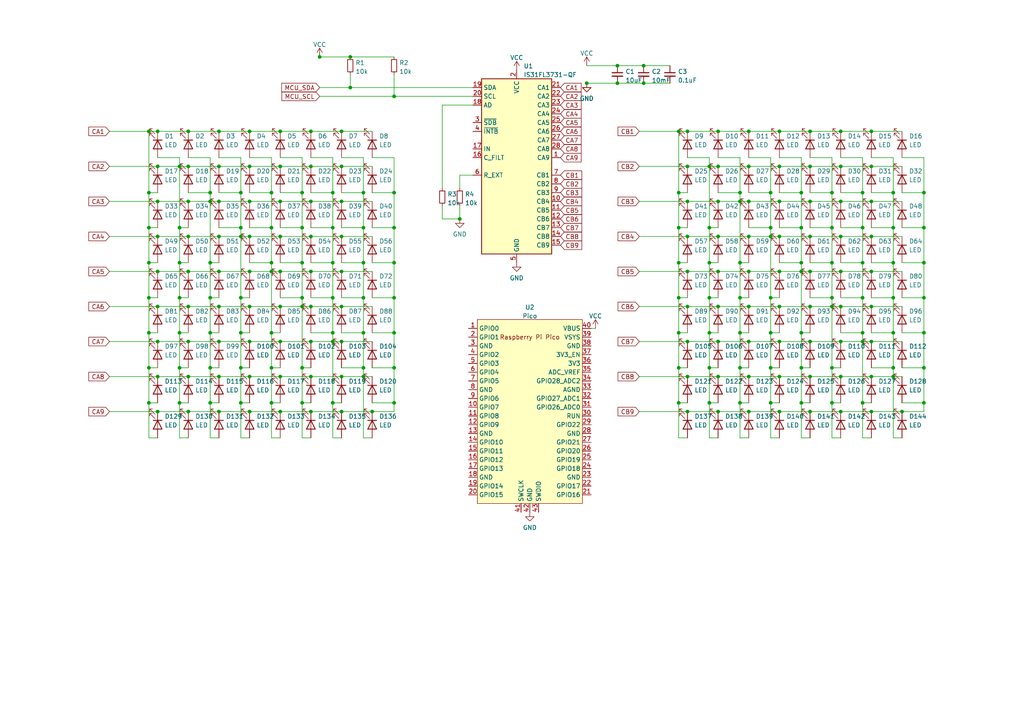
<source format=kicad_sch>
(kicad_sch (version 20211123) (generator eeschema)
  (paper "A4")
  (junction (at 243.84 68.58))
  (junction (at 226.06 48.26))
  (junction (at 252.73 58.42))
  (junction (at 208.28 68.58))
  (junction (at 92.71 16.51))
  (junction (at 105.41 96.52))
  (junction (at 241.3 116.84))
  (junction (at 223.52 68.58))
  (junction (at 96.52 66.04))
  (junction (at 99.06 88.9))
  (junction (at 52.07 66.04))
  (junction (at 105.41 76.2))
  (junction (at 90.17 119.38))
  (junction (at 208.28 109.22))
  (junction (at 45.72 119.38))
  (junction (at 90.17 99.06))
  (junction (at 81.28 58.42))
  (junction (at 69.85 55.88))
  (junction (at 234.95 58.42))
  (junction (at 223.52 66.04))
  (junction (at 63.5 58.42))
  (junction (at 214.63 55.88))
  (junction (at 196.85 76.2))
  (junction (at 232.41 96.52))
  (junction (at 52.07 76.2))
  (junction (at 81.28 109.22))
  (junction (at 114.3 106.68))
  (junction (at 60.96 86.36))
  (junction (at 90.17 78.74))
  (junction (at 72.39 109.22))
  (junction (at 205.74 116.84))
  (junction (at 54.61 38.1))
  (junction (at 196.85 116.84))
  (junction (at 63.5 109.22))
  (junction (at 99.06 48.26))
  (junction (at 96.52 76.2))
  (junction (at 226.06 68.58))
  (junction (at 259.08 86.36))
  (junction (at 63.5 119.38))
  (junction (at 243.84 38.1))
  (junction (at 63.5 68.58))
  (junction (at 43.18 66.04))
  (junction (at 196.85 106.68))
  (junction (at 214.63 116.84))
  (junction (at 250.19 86.36))
  (junction (at 243.84 99.06))
  (junction (at 133.35 63.5))
  (junction (at 241.3 86.36))
  (junction (at 179.07 24.13))
  (junction (at 81.28 99.06))
  (junction (at 232.41 76.2))
  (junction (at 45.72 68.58))
  (junction (at 250.19 99.06))
  (junction (at 72.39 78.74))
  (junction (at 267.97 116.84))
  (junction (at 78.74 116.84))
  (junction (at 205.74 76.2))
  (junction (at 114.3 27.94))
  (junction (at 226.06 88.9))
  (junction (at 63.5 78.74))
  (junction (at 63.5 99.06))
  (junction (at 69.85 116.84))
  (junction (at 87.63 86.36))
  (junction (at 205.74 106.68))
  (junction (at 252.73 78.74))
  (junction (at 196.85 96.52))
  (junction (at 223.52 116.84))
  (junction (at 78.74 55.88))
  (junction (at 217.17 99.06))
  (junction (at 81.28 48.26))
  (junction (at 267.97 86.36))
  (junction (at 96.52 96.52))
  (junction (at 223.52 55.88))
  (junction (at 101.6 25.4))
  (junction (at 45.72 58.42))
  (junction (at 243.84 48.26))
  (junction (at 81.28 78.74))
  (junction (at 107.95 119.38))
  (junction (at 63.5 38.1))
  (junction (at 78.74 96.52))
  (junction (at 205.74 96.52))
  (junction (at 250.19 116.84))
  (junction (at 87.63 76.2))
  (junction (at 72.39 68.58))
  (junction (at 170.18 24.13))
  (junction (at 81.28 38.1))
  (junction (at 186.69 19.05))
  (junction (at 99.06 58.42))
  (junction (at 63.5 48.26))
  (junction (at 72.39 119.38))
  (junction (at 114.3 116.84))
  (junction (at 223.52 106.68))
  (junction (at 252.73 48.26))
  (junction (at 72.39 58.42))
  (junction (at 234.95 48.26))
  (junction (at 43.18 116.84))
  (junction (at 241.3 66.04))
  (junction (at 259.08 96.52))
  (junction (at 208.28 119.38))
  (junction (at 241.3 55.88))
  (junction (at 105.41 106.68))
  (junction (at 96.52 116.84))
  (junction (at 226.06 119.38))
  (junction (at 52.07 48.26))
  (junction (at 226.06 99.06))
  (junction (at 205.74 86.36))
  (junction (at 226.06 78.74))
  (junction (at 72.39 48.26))
  (junction (at 243.84 88.9))
  (junction (at 90.17 88.9))
  (junction (at 217.17 48.26))
  (junction (at 54.61 88.9))
  (junction (at 267.97 66.04))
  (junction (at 45.72 48.26))
  (junction (at 223.52 96.52))
  (junction (at 234.95 99.06))
  (junction (at 241.3 106.68))
  (junction (at 259.08 66.04))
  (junction (at 54.61 58.42))
  (junction (at 232.41 55.88))
  (junction (at 267.97 55.88))
  (junction (at 99.06 68.58))
  (junction (at 45.72 88.9))
  (junction (at 72.39 38.1))
  (junction (at 199.39 88.9))
  (junction (at 78.74 76.2))
  (junction (at 99.06 38.1))
  (junction (at 232.41 66.04))
  (junction (at 54.61 68.58))
  (junction (at 199.39 119.38))
  (junction (at 199.39 38.1))
  (junction (at 267.97 96.52))
  (junction (at 252.73 88.9))
  (junction (at 252.73 68.58))
  (junction (at 45.72 78.74))
  (junction (at 217.17 119.38))
  (junction (at 205.74 66.04))
  (junction (at 69.85 86.36))
  (junction (at 96.52 55.88))
  (junction (at 114.3 96.52))
  (junction (at 241.3 76.2))
  (junction (at 217.17 109.22))
  (junction (at 259.08 106.68))
  (junction (at 252.73 99.06))
  (junction (at 250.19 96.52))
  (junction (at 232.41 78.74))
  (junction (at 214.63 76.2))
  (junction (at 78.74 66.04))
  (junction (at 87.63 66.04))
  (junction (at 234.95 78.74))
  (junction (at 72.39 88.9))
  (junction (at 208.28 99.06))
  (junction (at 99.06 119.38))
  (junction (at 199.39 78.74))
  (junction (at 96.52 86.36))
  (junction (at 69.85 66.04))
  (junction (at 45.72 38.1))
  (junction (at 69.85 96.52))
  (junction (at 60.96 116.84))
  (junction (at 267.97 106.68))
  (junction (at 52.07 116.84))
  (junction (at 226.06 38.1))
  (junction (at 214.63 58.42))
  (junction (at 243.84 109.22))
  (junction (at 87.63 106.68))
  (junction (at 199.39 99.06))
  (junction (at 208.28 88.9))
  (junction (at 226.06 58.42))
  (junction (at 250.19 66.04))
  (junction (at 223.52 86.36))
  (junction (at 43.18 55.88))
  (junction (at 72.39 99.06))
  (junction (at 234.95 38.1))
  (junction (at 199.39 109.22))
  (junction (at 78.74 106.68))
  (junction (at 60.96 58.42))
  (junction (at 43.18 106.68))
  (junction (at 99.06 109.22))
  (junction (at 114.3 86.36))
  (junction (at 214.63 96.52))
  (junction (at 54.61 48.26))
  (junction (at 199.39 58.42))
  (junction (at 243.84 78.74))
  (junction (at 52.07 86.36))
  (junction (at 81.28 119.38))
  (junction (at 105.41 55.88))
  (junction (at 196.85 55.88))
  (junction (at 43.18 96.52))
  (junction (at 199.39 68.58))
  (junction (at 105.41 86.36))
  (junction (at 252.73 38.1))
  (junction (at 241.3 88.9))
  (junction (at 114.3 66.04))
  (junction (at 205.74 48.26))
  (junction (at 250.19 76.2))
  (junction (at 45.72 109.22))
  (junction (at 196.85 38.1))
  (junction (at 267.97 76.2))
  (junction (at 232.41 106.68))
  (junction (at 114.3 76.2))
  (junction (at 63.5 88.9))
  (junction (at 99.06 78.74))
  (junction (at 261.62 119.38))
  (junction (at 196.85 66.04))
  (junction (at 60.96 106.68))
  (junction (at 208.28 48.26))
  (junction (at 90.17 38.1))
  (junction (at 252.73 109.22))
  (junction (at 199.39 48.26))
  (junction (at 179.07 19.05))
  (junction (at 99.06 99.06))
  (junction (at 54.61 99.06))
  (junction (at 196.85 86.36))
  (junction (at 54.61 78.74))
  (junction (at 101.6 16.51))
  (junction (at 259.08 76.2))
  (junction (at 214.63 86.36))
  (junction (at 250.19 55.88))
  (junction (at 69.85 106.68))
  (junction (at 87.63 116.84))
  (junction (at 52.07 106.68))
  (junction (at 43.18 38.1))
  (junction (at 90.17 68.58))
  (junction (at 81.28 68.58))
  (junction (at 217.17 38.1))
  (junction (at 90.17 58.42))
  (junction (at 81.28 88.9))
  (junction (at 234.95 109.22))
  (junction (at 214.63 106.68))
  (junction (at 217.17 58.42))
  (junction (at 208.28 78.74))
  (junction (at 43.18 86.36))
  (junction (at 87.63 55.88))
  (junction (at 90.17 109.22))
  (junction (at 243.84 119.38))
  (junction (at 234.95 119.38))
  (junction (at 208.28 58.42))
  (junction (at 186.69 24.13))
  (junction (at 232.41 116.84))
  (junction (at 105.41 66.04))
  (junction (at 60.96 96.52))
  (junction (at 60.96 76.2))
  (junction (at 60.96 55.88))
  (junction (at 208.28 38.1))
  (junction (at 114.3 55.88))
  (junction (at 217.17 68.58))
  (junction (at 226.06 109.22))
  (junction (at 54.61 119.38))
  (junction (at 259.08 55.88))
  (junction (at 54.61 109.22))
  (junction (at 105.41 109.22))
  (junction (at 96.52 99.06))
  (junction (at 87.63 88.9))
  (junction (at 78.74 78.74))
  (junction (at 69.85 68.58))
  (junction (at 52.07 96.52))
  (junction (at 45.72 99.06))
  (junction (at 252.73 119.38))
  (junction (at 217.17 78.74))
  (junction (at 217.17 88.9))
  (junction (at 90.17 48.26))
  (junction (at 243.84 58.42))
  (junction (at 259.08 109.22))
  (junction (at 234.95 68.58))
  (junction (at 43.18 76.2))
  (junction (at 234.95 88.9))
  (wire (pts (xy 259.08 106.68) (xy 259.08 109.22)))
  (wire (pts (xy 78.74 78.74) (xy 81.28 78.74)))
  (wire (pts (xy 96.52 116.84) (xy 99.06 116.84)))
  (wire (pts (xy 234.95 76.2) (xy 241.3 76.2)))
  (wire (pts (xy 81.28 109.22) (xy 90.17 109.22)))
  (wire (pts (xy 196.85 66.04) (xy 196.85 76.2)))
  (wire (pts (xy 99.06 38.1) (xy 107.95 38.1)))
  (wire (pts (xy 234.95 38.1) (xy 243.84 38.1)))
  (wire (pts (xy 241.3 116.84) (xy 243.84 116.84)))
  (wire (pts (xy 45.72 78.74) (xy 54.61 78.74)))
  (wire (pts (xy 43.18 106.68) (xy 45.72 106.68)))
  (wire (pts (xy 205.74 76.2) (xy 205.74 86.36)))
  (wire (pts (xy 52.07 86.36) (xy 52.07 96.52)))
  (wire (pts (xy 261.62 86.36) (xy 267.97 86.36)))
  (wire (pts (xy 72.39 68.58) (xy 81.28 68.58)))
  (wire (pts (xy 241.3 86.36) (xy 241.3 88.9)))
  (wire (pts (xy 250.19 76.2) (xy 250.19 86.36)))
  (wire (pts (xy 96.52 99.06) (xy 96.52 116.84)))
  (wire (pts (xy 243.84 76.2) (xy 250.19 76.2)))
  (wire (pts (xy 99.06 99.06) (xy 107.95 99.06)))
  (wire (pts (xy 208.28 88.9) (xy 217.17 88.9)))
  (wire (pts (xy 69.85 86.36) (xy 72.39 86.36)))
  (wire (pts (xy 45.72 48.26) (xy 52.07 48.26)))
  (wire (pts (xy 99.06 55.88) (xy 105.41 55.88)))
  (wire (pts (xy 52.07 66.04) (xy 54.61 66.04)))
  (wire (pts (xy 54.61 99.06) (xy 63.5 99.06)))
  (wire (pts (xy 214.63 96.52) (xy 214.63 106.68)))
  (wire (pts (xy 45.72 99.06) (xy 54.61 99.06)))
  (wire (pts (xy 243.84 88.9) (xy 252.73 88.9)))
  (wire (pts (xy 54.61 78.74) (xy 63.5 78.74)))
  (wire (pts (xy 205.74 45.72) (xy 205.74 48.26)))
  (wire (pts (xy 234.95 119.38) (xy 243.84 119.38)))
  (wire (pts (xy 96.52 127) (xy 99.06 127)))
  (wire (pts (xy 199.39 109.22) (xy 208.28 109.22)))
  (wire (pts (xy 205.74 116.84) (xy 205.74 127)))
  (wire (pts (xy 114.3 116.84) (xy 114.3 119.38)))
  (wire (pts (xy 243.84 96.52) (xy 250.19 96.52)))
  (wire (pts (xy 63.5 55.88) (xy 69.85 55.88)))
  (wire (pts (xy 54.61 119.38) (xy 63.5 119.38)))
  (wire (pts (xy 90.17 38.1) (xy 99.06 38.1)))
  (wire (pts (xy 196.85 96.52) (xy 196.85 106.68)))
  (wire (pts (xy 217.17 99.06) (xy 226.06 99.06)))
  (wire (pts (xy 90.17 109.22) (xy 99.06 109.22)))
  (wire (pts (xy 261.62 116.84) (xy 267.97 116.84)))
  (wire (pts (xy 52.07 86.36) (xy 54.61 86.36)))
  (wire (pts (xy 196.85 55.88) (xy 199.39 55.88)))
  (wire (pts (xy 96.52 76.2) (xy 96.52 86.36)))
  (wire (pts (xy 107.95 66.04) (xy 114.3 66.04)))
  (wire (pts (xy 63.5 119.38) (xy 72.39 119.38)))
  (wire (pts (xy 234.95 55.88) (xy 241.3 55.88)))
  (wire (pts (xy 96.52 55.88) (xy 96.52 66.04)))
  (wire (pts (xy 250.19 99.06) (xy 252.73 99.06)))
  (wire (pts (xy 234.95 66.04) (xy 241.3 66.04)))
  (wire (pts (xy 217.17 68.58) (xy 223.52 68.58)))
  (wire (pts (xy 223.52 55.88) (xy 223.52 66.04)))
  (wire (pts (xy 252.73 48.26) (xy 261.62 48.26)))
  (wire (pts (xy 208.28 99.06) (xy 217.17 99.06)))
  (wire (pts (xy 114.3 86.36) (xy 114.3 96.52)))
  (wire (pts (xy 72.39 76.2) (xy 78.74 76.2)))
  (wire (pts (xy 63.5 78.74) (xy 72.39 78.74)))
  (wire (pts (xy 259.08 109.22) (xy 261.62 109.22)))
  (wire (pts (xy 223.52 116.84) (xy 226.06 116.84)))
  (wire (pts (xy 96.52 116.84) (xy 96.52 127)))
  (wire (pts (xy 87.63 106.68) (xy 87.63 116.84)))
  (wire (pts (xy 205.74 106.68) (xy 208.28 106.68)))
  (wire (pts (xy 214.63 106.68) (xy 217.17 106.68)))
  (wire (pts (xy 185.42 119.38) (xy 199.39 119.38)))
  (wire (pts (xy 241.3 88.9) (xy 243.84 88.9)))
  (wire (pts (xy 250.19 86.36) (xy 250.19 96.52)))
  (wire (pts (xy 214.63 55.88) (xy 214.63 58.42)))
  (wire (pts (xy 128.27 63.5) (xy 133.35 63.5)))
  (wire (pts (xy 43.18 96.52) (xy 45.72 96.52)))
  (wire (pts (xy 31.75 68.58) (xy 45.72 68.58)))
  (wire (pts (xy 78.74 106.68) (xy 81.28 106.68)))
  (wire (pts (xy 205.74 48.26) (xy 208.28 48.26)))
  (wire (pts (xy 43.18 116.84) (xy 43.18 127)))
  (wire (pts (xy 54.61 55.88) (xy 60.96 55.88)))
  (wire (pts (xy 214.63 96.52) (xy 217.17 96.52)))
  (wire (pts (xy 252.73 109.22) (xy 259.08 109.22)))
  (wire (pts (xy 54.61 68.58) (xy 63.5 68.58)))
  (wire (pts (xy 179.07 24.13) (xy 186.69 24.13)))
  (wire (pts (xy 78.74 55.88) (xy 78.74 66.04)))
  (wire (pts (xy 199.39 78.74) (xy 208.28 78.74)))
  (wire (pts (xy 52.07 106.68) (xy 52.07 116.84)))
  (wire (pts (xy 217.17 48.26) (xy 226.06 48.26)))
  (wire (pts (xy 241.3 127) (xy 243.84 127)))
  (wire (pts (xy 267.97 55.88) (xy 267.97 66.04)))
  (wire (pts (xy 60.96 76.2) (xy 63.5 76.2)))
  (wire (pts (xy 72.39 55.88) (xy 78.74 55.88)))
  (wire (pts (xy 43.18 96.52) (xy 43.18 106.68)))
  (wire (pts (xy 81.28 66.04) (xy 87.63 66.04)))
  (wire (pts (xy 217.17 58.42) (xy 226.06 58.42)))
  (wire (pts (xy 250.19 116.84) (xy 250.19 127)))
  (wire (pts (xy 43.18 55.88) (xy 43.18 66.04)))
  (wire (pts (xy 205.74 76.2) (xy 208.28 76.2)))
  (wire (pts (xy 199.39 68.58) (xy 208.28 68.58)))
  (wire (pts (xy 208.28 55.88) (xy 214.63 55.88)))
  (wire (pts (xy 78.74 76.2) (xy 78.74 78.74)))
  (wire (pts (xy 259.08 127) (xy 261.62 127)))
  (wire (pts (xy 63.5 68.58) (xy 69.85 68.58)))
  (wire (pts (xy 199.39 99.06) (xy 208.28 99.06)))
  (wire (pts (xy 96.52 96.52) (xy 96.52 99.06)))
  (wire (pts (xy 54.61 38.1) (xy 63.5 38.1)))
  (wire (pts (xy 226.06 88.9) (xy 234.95 88.9)))
  (wire (pts (xy 105.41 96.52) (xy 105.41 106.68)))
  (wire (pts (xy 252.73 38.1) (xy 261.62 38.1)))
  (wire (pts (xy 196.85 116.84) (xy 199.39 116.84)))
  (wire (pts (xy 69.85 106.68) (xy 69.85 116.84)))
  (wire (pts (xy 133.35 63.5) (xy 133.35 59.69)))
  (wire (pts (xy 186.69 24.13) (xy 194.31 24.13)))
  (wire (pts (xy 81.28 58.42) (xy 90.17 58.42)))
  (wire (pts (xy 96.52 66.04) (xy 96.52 76.2)))
  (wire (pts (xy 196.85 66.04) (xy 199.39 66.04)))
  (wire (pts (xy 99.06 119.38) (xy 107.95 119.38)))
  (wire (pts (xy 87.63 55.88) (xy 87.63 66.04)))
  (wire (pts (xy 69.85 66.04) (xy 69.85 68.58)))
  (wire (pts (xy 72.39 99.06) (xy 81.28 99.06)))
  (wire (pts (xy 63.5 109.22) (xy 72.39 109.22)))
  (wire (pts (xy 72.39 48.26) (xy 81.28 48.26)))
  (wire (pts (xy 223.52 68.58) (xy 226.06 68.58)))
  (wire (pts (xy 114.3 96.52) (xy 114.3 106.68)))
  (wire (pts (xy 217.17 66.04) (xy 223.52 66.04)))
  (wire (pts (xy 232.41 106.68) (xy 232.41 116.84)))
  (wire (pts (xy 69.85 68.58) (xy 72.39 68.58)))
  (wire (pts (xy 243.84 58.42) (xy 252.73 58.42)))
  (wire (pts (xy 101.6 25.4) (xy 137.16 25.4)))
  (wire (pts (xy 87.63 66.04) (xy 87.63 76.2)))
  (wire (pts (xy 232.41 66.04) (xy 232.41 76.2)))
  (wire (pts (xy 105.41 109.22) (xy 105.41 127)))
  (wire (pts (xy 90.17 76.2) (xy 96.52 76.2)))
  (wire (pts (xy 69.85 86.36) (xy 69.85 96.52)))
  (wire (pts (xy 105.41 109.22) (xy 107.95 109.22)))
  (wire (pts (xy 223.52 106.68) (xy 223.52 116.84)))
  (wire (pts (xy 223.52 96.52) (xy 223.52 106.68)))
  (wire (pts (xy 72.39 66.04) (xy 78.74 66.04)))
  (wire (pts (xy 105.41 66.04) (xy 105.41 76.2)))
  (wire (pts (xy 185.42 68.58) (xy 199.39 68.58)))
  (wire (pts (xy 105.41 106.68) (xy 105.41 109.22)))
  (wire (pts (xy 81.28 38.1) (xy 90.17 38.1)))
  (wire (pts (xy 63.5 66.04) (xy 69.85 66.04)))
  (wire (pts (xy 31.75 48.26) (xy 45.72 48.26)))
  (wire (pts (xy 107.95 55.88) (xy 114.3 55.88)))
  (wire (pts (xy 99.06 76.2) (xy 105.41 76.2)))
  (wire (pts (xy 199.39 88.9) (xy 208.28 88.9)))
  (wire (pts (xy 128.27 59.69) (xy 128.27 63.5)))
  (wire (pts (xy 214.63 76.2) (xy 217.17 76.2)))
  (wire (pts (xy 196.85 38.1) (xy 196.85 55.88)))
  (wire (pts (xy 214.63 127) (xy 217.17 127)))
  (wire (pts (xy 137.16 50.8) (xy 133.35 50.8)))
  (wire (pts (xy 199.39 119.38) (xy 208.28 119.38)))
  (wire (pts (xy 63.5 48.26) (xy 72.39 48.26)))
  (wire (pts (xy 250.19 96.52) (xy 250.19 99.06)))
  (wire (pts (xy 170.18 24.13) (xy 179.07 24.13)))
  (wire (pts (xy 31.75 88.9) (xy 45.72 88.9)))
  (wire (pts (xy 208.28 109.22) (xy 217.17 109.22)))
  (wire (pts (xy 92.71 16.51) (xy 101.6 16.51)))
  (wire (pts (xy 259.08 96.52) (xy 259.08 106.68)))
  (wire (pts (xy 234.95 58.42) (xy 243.84 58.42)))
  (wire (pts (xy 87.63 116.84) (xy 90.17 116.84)))
  (wire (pts (xy 69.85 116.84) (xy 72.39 116.84)))
  (wire (pts (xy 241.3 45.72) (xy 241.3 55.88)))
  (wire (pts (xy 43.18 55.88) (xy 45.72 55.88)))
  (wire (pts (xy 243.84 38.1) (xy 252.73 38.1)))
  (wire (pts (xy 81.28 99.06) (xy 90.17 99.06)))
  (wire (pts (xy 69.85 96.52) (xy 69.85 106.68)))
  (wire (pts (xy 199.39 58.42) (xy 208.28 58.42)))
  (wire (pts (xy 87.63 88.9) (xy 90.17 88.9)))
  (wire (pts (xy 43.18 76.2) (xy 45.72 76.2)))
  (wire (pts (xy 78.74 96.52) (xy 78.74 106.68)))
  (wire (pts (xy 81.28 78.74) (xy 90.17 78.74)))
  (wire (pts (xy 232.41 127) (xy 234.95 127)))
  (wire (pts (xy 78.74 66.04) (xy 78.74 76.2)))
  (wire (pts (xy 223.52 86.36) (xy 226.06 86.36)))
  (wire (pts (xy 107.95 76.2) (xy 114.3 76.2)))
  (wire (pts (xy 87.63 45.72) (xy 87.63 55.88)))
  (wire (pts (xy 114.3 45.72) (xy 114.3 55.88)))
  (wire (pts (xy 43.18 106.68) (xy 43.18 116.84)))
  (wire (pts (xy 31.75 119.38) (xy 45.72 119.38)))
  (wire (pts (xy 250.19 116.84) (xy 252.73 116.84)))
  (wire (pts (xy 259.08 66.04) (xy 259.08 76.2)))
  (wire (pts (xy 171.45 95.25) (xy 172.72 95.25)))
  (wire (pts (xy 105.41 86.36) (xy 105.41 96.52)))
  (wire (pts (xy 60.96 86.36) (xy 60.96 96.52)))
  (wire (pts (xy 208.28 68.58) (xy 217.17 68.58)))
  (wire (pts (xy 234.95 86.36) (xy 241.3 86.36)))
  (wire (pts (xy 90.17 58.42) (xy 99.06 58.42)))
  (wire (pts (xy 78.74 45.72) (xy 78.74 55.88)))
  (wire (pts (xy 43.18 86.36) (xy 43.18 96.52)))
  (wire (pts (xy 99.06 48.26) (xy 107.95 48.26)))
  (wire (pts (xy 114.3 106.68) (xy 114.3 116.84)))
  (wire (pts (xy 250.19 99.06) (xy 250.19 116.84)))
  (wire (pts (xy 196.85 96.52) (xy 199.39 96.52)))
  (wire (pts (xy 90.17 48.26) (xy 99.06 48.26)))
  (wire (pts (xy 208.28 45.72) (xy 214.63 45.72)))
  (wire (pts (xy 114.3 76.2) (xy 114.3 86.36)))
  (wire (pts (xy 243.84 119.38) (xy 252.73 119.38)))
  (wire (pts (xy 31.75 38.1) (xy 43.18 38.1)))
  (wire (pts (xy 60.96 127) (xy 63.5 127)))
  (wire (pts (xy 243.84 45.72) (xy 250.19 45.72)))
  (wire (pts (xy 99.06 78.74) (xy 107.95 78.74)))
  (wire (pts (xy 217.17 38.1) (xy 226.06 38.1)))
  (wire (pts (xy 52.07 116.84) (xy 52.07 127)))
  (wire (pts (xy 267.97 106.68) (xy 267.97 116.84)))
  (wire (pts (xy 63.5 58.42) (xy 72.39 58.42)))
  (wire (pts (xy 43.18 127) (xy 45.72 127)))
  (wire (pts (xy 208.28 78.74) (xy 217.17 78.74)))
  (wire (pts (xy 243.84 109.22) (xy 252.73 109.22)))
  (wire (pts (xy 81.28 88.9) (xy 87.63 88.9)))
  (wire (pts (xy 90.17 99.06) (xy 96.52 99.06)))
  (wire (pts (xy 99.06 45.72) (xy 105.41 45.72)))
  (wire (pts (xy 43.18 66.04) (xy 45.72 66.04)))
  (wire (pts (xy 52.07 48.26) (xy 52.07 66.04)))
  (wire (pts (xy 31.75 78.74) (xy 45.72 78.74)))
  (wire (pts (xy 234.95 99.06) (xy 243.84 99.06)))
  (wire (pts (xy 250.19 55.88) (xy 250.19 66.04)))
  (wire (pts (xy 78.74 106.68) (xy 78.74 116.84)))
  (wire (pts (xy 60.96 96.52) (xy 63.5 96.52)))
  (wire (pts (xy 252.73 66.04) (xy 259.08 66.04)))
  (wire (pts (xy 214.63 58.42) (xy 214.63 76.2)))
  (wire (pts (xy 69.85 55.88) (xy 69.85 66.04)))
  (wire (pts (xy 223.52 96.52) (xy 226.06 96.52)))
  (wire (pts (xy 223.52 68.58) (xy 223.52 86.36)))
  (wire (pts (xy 232.41 78.74) (xy 234.95 78.74)))
  (wire (pts (xy 81.28 68.58) (xy 90.17 68.58)))
  (wire (pts (xy 243.84 48.26) (xy 252.73 48.26)))
  (wire (pts (xy 54.61 88.9) (xy 63.5 88.9)))
  (wire (pts (xy 114.3 21.59) (xy 114.3 27.94)))
  (wire (pts (xy 133.35 50.8) (xy 133.35 54.61)))
  (wire (pts (xy 60.96 106.68) (xy 63.5 106.68)))
  (wire (pts (xy 196.85 55.88) (xy 196.85 66.04)))
  (wire (pts (xy 92.71 27.94) (xy 114.3 27.94)))
  (wire (pts (xy 234.95 48.26) (xy 243.84 48.26)))
  (wire (pts (xy 261.62 106.68) (xy 267.97 106.68)))
  (wire (pts (xy 81.28 48.26) (xy 90.17 48.26)))
  (wire (pts (xy 241.3 55.88) (xy 241.3 66.04)))
  (wire (pts (xy 45.72 45.72) (xy 52.07 45.72)))
  (wire (pts (xy 252.73 86.36) (xy 259.08 86.36)))
  (wire (pts (xy 43.18 66.04) (xy 43.18 76.2)))
  (wire (pts (xy 232.41 78.74) (xy 232.41 96.52)))
  (wire (pts (xy 234.95 45.72) (xy 241.3 45.72)))
  (wire (pts (xy 223.52 66.04) (xy 223.52 68.58)))
  (wire (pts (xy 52.07 106.68) (xy 54.61 106.68)))
  (wire (pts (xy 52.07 48.26) (xy 54.61 48.26)))
  (wire (pts (xy 261.62 119.38) (xy 267.97 119.38)))
  (wire (pts (xy 261.62 76.2) (xy 267.97 76.2)))
  (wire (pts (xy 87.63 106.68) (xy 90.17 106.68)))
  (wire (pts (xy 114.3 66.04) (xy 114.3 76.2)))
  (wire (pts (xy 214.63 45.72) (xy 214.63 55.88)))
  (wire (pts (xy 199.39 45.72) (xy 205.74 45.72)))
  (wire (pts (xy 267.97 96.52) (xy 267.97 106.68)))
  (wire (pts (xy 45.72 88.9) (xy 54.61 88.9)))
  (wire (pts (xy 234.95 78.74) (xy 243.84 78.74)))
  (wire (pts (xy 90.17 66.04) (xy 96.52 66.04)))
  (wire (pts (xy 45.72 109.22) (xy 54.61 109.22)))
  (wire (pts (xy 90.17 55.88) (xy 96.52 55.88)))
  (wire (pts (xy 87.63 116.84) (xy 87.63 127)))
  (wire (pts (xy 234.95 68.58) (xy 243.84 68.58)))
  (wire (pts (xy 185.42 88.9) (xy 199.39 88.9)))
  (wire (pts (xy 261.62 45.72) (xy 267.97 45.72)))
  (wire (pts (xy 99.06 109.22) (xy 105.41 109.22)))
  (wire (pts (xy 96.52 45.72) (xy 96.52 55.88)))
  (wire (pts (xy 52.07 66.04) (xy 52.07 76.2)))
  (wire (pts (xy 243.84 86.36) (xy 250.19 86.36)))
  (wire (pts (xy 60.96 45.72) (xy 60.96 55.88)))
  (wire (pts (xy 92.71 15.24) (xy 92.71 16.51)))
  (wire (pts (xy 60.96 58.42) (xy 63.5 58.42)))
  (wire (pts (xy 185.42 38.1) (xy 196.85 38.1)))
  (wire (pts (xy 208.28 119.38) (xy 217.17 119.38)))
  (wire (pts (xy 87.63 76.2) (xy 87.63 86.36)))
  (wire (pts (xy 99.06 106.68) (xy 105.41 106.68)))
  (wire (pts (xy 52.07 76.2) (xy 54.61 76.2)))
  (wire (pts (xy 205.74 66.04) (xy 205.74 76.2)))
  (wire (pts (xy 226.06 66.04) (xy 232.41 66.04)))
  (wire (pts (xy 196.85 127) (xy 199.39 127)))
  (wire (pts (xy 252.73 45.72) (xy 259.08 45.72)))
  (wire (pts (xy 226.06 68.58) (xy 234.95 68.58)))
  (wire (pts (xy 223.52 45.72) (xy 223.52 55.88)))
  (wire (pts (xy 69.85 96.52) (xy 72.39 96.52)))
  (wire (pts (xy 205.74 106.68) (xy 205.74 116.84)))
  (wire (pts (xy 45.72 68.58) (xy 54.61 68.58)))
  (wire (pts (xy 45.72 58.42) (xy 54.61 58.42)))
  (wire (pts (xy 72.39 38.1) (xy 81.28 38.1)))
  (wire (pts (xy 259.08 45.72) (xy 259.08 55.88)))
  (wire (pts (xy 81.28 55.88) (xy 87.63 55.88)))
  (wire (pts (xy 52.07 76.2) (xy 52.07 86.36)))
  (wire (pts (xy 60.96 106.68) (xy 60.96 116.84)))
  (wire (pts (xy 43.18 38.1) (xy 43.18 55.88)))
  (wire (pts (xy 208.28 38.1) (xy 217.17 38.1)))
  (wire (pts (xy 217.17 119.38) (xy 226.06 119.38)))
  (wire (pts (xy 234.95 109.22) (xy 243.84 109.22)))
  (wire (pts (xy 214.63 116.84) (xy 217.17 116.84)))
  (wire (pts (xy 87.63 86.36) (xy 87.63 88.9)))
  (wire (pts (xy 105.41 127) (xy 107.95 127)))
  (wire (pts (xy 99.06 58.42) (xy 107.95 58.42)))
  (wire (pts (xy 185.42 58.42) (xy 199.39 58.42)))
  (wire (pts (xy 214.63 116.84) (xy 214.63 127)))
  (wire (pts (xy 101.6 21.59) (xy 101.6 25.4)))
  (wire (pts (xy 60.96 76.2) (xy 60.96 86.36)))
  (wire (pts (xy 60.96 58.42) (xy 60.96 76.2)))
  (wire (pts (xy 60.96 55.88) (xy 60.96 58.42)))
  (wire (pts (xy 54.61 48.26) (xy 63.5 48.26)))
  (wire (pts (xy 241.3 76.2) (xy 241.3 86.36)))
  (wire (pts (xy 241.3 116.84) (xy 241.3 127)))
  (wire (pts (xy 107.95 45.72) (xy 114.3 45.72)))
  (wire (pts (xy 199.39 38.1) (xy 208.28 38.1)))
  (wire (pts (xy 250.19 66.04) (xy 250.19 76.2)))
  (wire (pts (xy 208.28 48.26) (xy 217.17 48.26)))
  (wire (pts (xy 214.63 86.36) (xy 217.17 86.36)))
  (wire (pts (xy 214.63 106.68) (xy 214.63 116.84)))
  (wire (pts (xy 78.74 127) (xy 81.28 127)))
  (wire (pts (xy 52.07 127) (xy 54.61 127)))
  (wire (pts (xy 223.52 86.36) (xy 223.52 96.52)))
  (wire (pts (xy 226.06 38.1) (xy 234.95 38.1)))
  (wire (pts (xy 259.08 76.2) (xy 259.08 86.36)))
  (wire (pts (xy 81.28 76.2) (xy 87.63 76.2)))
  (wire (pts (xy 226.06 109.22) (xy 234.95 109.22)))
  (wire (pts (xy 107.95 86.36) (xy 114.3 86.36)))
  (wire (pts (xy 90.17 45.72) (xy 96.52 45.72)))
  (wire (pts (xy 205.74 96.52) (xy 208.28 96.52)))
  (wire (pts (xy 243.84 66.04) (xy 250.19 66.04)))
  (wire (pts (xy 243.84 55.88) (xy 250.19 55.88)))
  (wire (pts (xy 241.3 106.68) (xy 241.3 116.84)))
  (wire (pts (xy 252.73 99.06) (xy 261.62 99.06)))
  (wire (pts (xy 90.17 96.52) (xy 96.52 96.52)))
  (wire (pts (xy 226.06 48.26) (xy 234.95 48.26)))
  (wire (pts (xy 45.72 119.38) (xy 54.61 119.38)))
  (wire (pts (xy 232.41 45.72) (xy 232.41 55.88)))
  (wire (pts (xy 52.07 45.72) (xy 52.07 48.26)))
  (wire (pts (xy 214.63 76.2) (xy 214.63 86.36)))
  (wire (pts (xy 78.74 78.74) (xy 78.74 96.52)))
  (wire (pts (xy 223.52 127) (xy 226.06 127)))
  (wire (pts (xy 186.69 19.05) (xy 194.31 19.05)))
  (wire (pts (xy 226.06 58.42) (xy 234.95 58.42)))
  (wire (pts (xy 252.73 58.42) (xy 261.62 58.42)))
  (wire (pts (xy 185.42 109.22) (xy 199.39 109.22)))
  (wire (pts (xy 232.41 116.84) (xy 234.95 116.84)))
  (wire (pts (xy 217.17 45.72) (xy 223.52 45.72)))
  (wire (pts (xy 241.3 88.9) (xy 241.3 106.68)))
  (wire (pts (xy 90.17 86.36) (xy 96.52 86.36)))
  (wire (pts (xy 243.84 78.74) (xy 252.73 78.74)))
  (wire (pts (xy 99.06 88.9) (xy 107.95 88.9)))
  (wire (pts (xy 90.17 88.9) (xy 99.06 88.9)))
  (wire (pts (xy 252.73 96.52) (xy 259.08 96.52)))
  (wire (pts (xy 107.95 116.84) (xy 114.3 116.84)))
  (wire (pts (xy 205.74 48.26) (xy 205.74 66.04)))
  (wire (pts (xy 72.39 109.22) (xy 81.28 109.22)))
  (wire (pts (xy 105.41 45.72) (xy 105.41 55.88)))
  (wire (pts (xy 185.42 99.06) (xy 199.39 99.06)))
  (wire (pts (xy 226.06 78.74) (xy 232.41 78.74)))
  (wire (pts (xy 226.06 119.38) (xy 234.95 119.38)))
  (wire (pts (xy 105.41 76.2) (xy 105.41 86.36)))
  (wire (pts (xy 90.17 68.58) (xy 99.06 68.58)))
  (wire (pts (xy 252.73 119.38) (xy 261.62 119.38)))
  (wire (pts (xy 185.42 78.74) (xy 199.39 78.74)))
  (wire (pts (xy 232.41 116.84) (xy 232.41 127)))
  (wire (pts (xy 217.17 78.74) (xy 226.06 78.74)))
  (wire (pts (xy 137.16 30.48) (xy 128.27 30.48)))
  (wire (pts (xy 43.18 86.36) (xy 45.72 86.36)))
  (wire (pts (xy 90.17 78.74) (xy 99.06 78.74)))
  (wire (pts (xy 226.06 76.2) (xy 232.41 76.2)))
  (wire (pts (xy 217.17 55.88) (xy 223.52 55.88)))
  (wire (pts (xy 107.95 119.38) (xy 114.3 119.38)))
  (wire (pts (xy 54.61 109.22) (xy 63.5 109.22)))
  (wire (pts (xy 185.42 48.26) (xy 199.39 48.26)))
  (wire (pts (xy 96.52 86.36) (xy 96.52 96.52)))
  (wire (pts (xy 31.75 109.22) (xy 45.72 109.22)))
  (wire (pts (xy 259.08 55.88) (xy 259.08 66.04)))
  (wire (pts (xy 52.07 96.52) (xy 54.61 96.52)))
  (wire (pts (xy 261.62 66.04) (xy 267.97 66.04)))
  (wire (pts (xy 234.95 88.9) (xy 241.3 88.9)))
  (wire (pts (xy 179.07 19.05) (xy 186.69 19.05)))
  (wire (pts (xy 205.74 127) (xy 208.28 127)))
  (wire (pts (xy 196.85 76.2) (xy 196.85 86.36)))
  (wire (pts (xy 252.73 68.58) (xy 261.62 68.58)))
  (wire (pts (xy 99.06 86.36) (xy 105.41 86.36)))
  (wire (pts (xy 261.62 96.52) (xy 267.97 96.52)))
  (wire (pts (xy 208.28 58.42) (xy 214.63 58.42)))
  (wire (pts (xy 69.85 116.84) (xy 69.85 127)))
  (wire (pts (xy 78.74 116.84) (xy 81.28 116.84)))
  (wire (pts (xy 107.95 96.52) (xy 114.3 96.52)))
  (wire (pts (xy 243.84 68.58) (xy 252.73 68.58)))
  (wire (pts (xy 43.18 76.2) (xy 43.18 86.36)))
  (wire (pts (xy 69.85 106.68) (xy 72.39 106.68)))
  (wire (pts (xy 214.63 86.36) (xy 214.63 96.52)))
  (wire (pts (xy 196.85 106.68) (xy 196.85 116.84)))
  (wire (pts (xy 92.71 25.4) (xy 101.6 25.4)))
  (wire (pts (xy 54.61 58.42) (xy 60.96 58.42)))
  (wire (pts (xy 205.74 66.04) (xy 208.28 66.04)))
  (wire (pts (xy 252.73 88.9) (xy 261.62 88.9)))
  (wire (pts (xy 90.17 119.38) (xy 99.06 119.38)))
  (wire (pts (xy 52.07 96.52) (xy 52.07 106.68)))
  (wire (pts (xy 87.63 127) (xy 90.17 127)))
  (wire (pts (xy 232.41 96.52) (xy 234.95 96.52)))
  (wire (pts (xy 60.96 86.36) (xy 63.5 86.36)))
  (wire (pts (xy 101.6 16.51) (xy 114.3 16.51)))
  (wire (pts (xy 99.06 96.52) (xy 105.41 96.52)))
  (wire (pts (xy 226.06 55.88) (xy 232.41 55.88)))
  (wire (pts (xy 267.97 76.2) (xy 267.97 86.36)))
  (wire (pts (xy 252.73 78.74) (xy 261.62 78.74)))
  (wire (pts (xy 243.84 99.06) (xy 250.19 99.06)))
  (wire (pts (xy 214.63 58.42) (xy 217.17 58.42)))
  (wire (pts (xy 252.73 55.88) (xy 259.08 55.88)))
  (wire (pts (xy 43.18 38.1) (xy 45.72 38.1)))
  (wire (pts (xy 223.52 116.84) (xy 223.52 127)))
  (wire (pts (xy 63.5 99.06) (xy 72.39 99.06)))
  (wire (pts (xy 87.63 88.9) (xy 87.63 106.68)))
  (wire (pts (xy 196.85 86.36) (xy 199.39 86.36)))
  (wire (pts (xy 226.06 99.06) (xy 234.95 99.06)))
  (wire (pts (xy 259.08 86.36) (xy 259.08 96.52)))
  (wire (pts (xy 205.74 116.84) (xy 208.28 116.84)))
  (wire (pts (xy 114.3 55.88) (xy 114.3 66.04)))
  (wire (pts (xy 63.5 88.9) (xy 72.39 88.9)))
  (wire (pts (xy 217.17 88.9) (xy 226.06 88.9)))
  (wire (pts (xy 96.52 99.06) (xy 99.06 99.06)))
  (wire (pts (xy 60.96 96.52) (xy 60.96 106.68)))
  (wire (pts (xy 54.61 45.72) (xy 60.96 45.72)))
  (wire (pts (xy 52.07 116.84) (xy 54.61 116.84)))
  (wire (pts (xy 72.39 58.42) (xy 81.28 58.42)))
  (wire (pts (xy 196.85 86.36) (xy 196.85 96.52)))
  (wire (pts (xy 232.41 55.88) (xy 232.41 66.04)))
  (wire (pts (xy 72.39 78.74) (xy 78.74 78.74)))
  (wire (pts (xy 205.74 86.36) (xy 208.28 86.36)))
  (wire (pts (xy 128.27 30.48) (xy 128.27 54.61)))
  (wire (pts (xy 196.85 76.2) (xy 199.39 76.2)))
  (wire (pts (xy 60.96 116.84) (xy 60.96 127)))
  (wire (pts (xy 72.39 45.72) (xy 78.74 45.72)))
  (wire (pts (xy 252.73 76.2) (xy 259.08 76.2)))
  (wire (pts (xy 217.17 109.22) (xy 226.06 109.22)))
  (wire (pts (xy 250.19 45.72) (xy 250.19 55.88)))
  (wire (pts (xy 267.97 116.84) (xy 267.97 119.38)))
  (wire (pts (xy 31.75 58.42) (xy 45.72 58.42)))
  (wire (pts (xy 226.06 45.72) (xy 232.41 45.72)))
  (wire (pts (xy 63.5 38.1) (xy 72.39 38.1)))
  (wire (pts (xy 78.74 96.52) (xy 81.28 96.52)))
  (wire (pts (xy 69.85 68.58) (xy 69.85 86.36)))
  (wire (pts (xy 232.41 96.52) (xy 232.41 106.68)))
  (wire (pts (xy 105.41 55.88) (xy 105.41 66.04)))
  (wire (pts (xy 99.06 66.04) (xy 105.41 66.04)))
  (wire (pts (xy 69.85 45.72) (xy 69.85 55.88)))
  (wire (pts (xy 259.08 109.22) (xy 259.08 127)))
  (wire (pts (xy 196.85 38.1) (xy 199.39 38.1)))
  (wire (pts (xy 63.5 45.72) (xy 69.85 45.72)))
  (wire (pts (xy 78.74 116.84) (xy 78.74 127)))
  (wire (pts (xy 81.28 119.38) (xy 90.17 119.38)))
  (wire (pts (xy 267.97 45.72) (xy 267.97 55.88)))
  (wire (pts (xy 196.85 106.68) (xy 199.39 106.68)))
  (wire (pts (xy 261.62 55.88) (xy 267.97 55.88)))
  (wire (pts (xy 45.72 38.1) (xy 54.61 38.1)))
  (wire (pts (xy 99.06 68.58) (xy 107.95 68.58)))
  (wire (pts (xy 252.73 106.68) (xy 259.08 106.68)))
  (wire (pts (xy 199.39 48.26) (xy 205.74 48.26)))
  (wire (pts (xy 107.95 106.68) (xy 114.3 106.68)))
  (wire (pts (xy 267.97 86.36) (xy 267.97 96.52)))
  (wire (pts (xy 43.18 116.84) (xy 45.72 116.84)))
  (wire (pts (xy 114.3 27.94) (xy 137.16 27.94)))
  (wire (pts (xy 72.39 88.9) (xy 81.28 88.9)))
  (wire (pts (xy 241.3 66.04) (xy 241.3 76.2)))
  (wire (pts (xy 232.41 106.68) (xy 234.95 106.68)))
  (wire (pts (xy 81.28 86.36) (xy 87.63 86.36)))
  (wire (pts (xy 267.97 66.04) (xy 267.97 76.2)))
  (wire (pts (xy 205.74 96.52) (xy 205.74 106.68)))
  (wire (pts (xy 72.39 119.38) (xy 81.28 119.38)))
  (wire (pts (xy 250.19 127) (xy 252.73 127)))
  (wire (pts (xy 69.85 127) (xy 72.39 127)))
  (wire (pts (xy 241.3 106.68) (xy 243.84 106.68)))
  (wire (pts (xy 223.52 106.68) (xy 226.06 106.68)))
  (wire (pts (xy 196.85 116.84) (xy 196.85 127)))
  (wire (pts (xy 205.74 86.36) (xy 205.74 96.52)))
  (wire (pts (xy 81.28 45.72) (xy 87.63 45.72)))
  (wire (pts (xy 31.75 99.06) (xy 45.72 99.06)))
  (wire (pts (xy 60.96 116.84) (xy 63.5 116.84)))
  (wire (pts (xy 170.18 19.05) (xy 179.07 19.05)))
  (wire (pts (xy 232.41 76.2) (xy 232.41 78.74)))
  (global_label "CB2" (shape input) (at 162.56 53.34 0) (property "Intersheet References" "${INTERSHEET_REFS}" (effects hide)))
  (global_label "MCU_SCL" (shape input) (at 92.71 27.94 180) (property "Intersheet References" "${INTERSHEET_REFS}" (effects hide)))
  (global_label "CB5" (shape input) (at 162.56 60.96 0) (property "Intersheet References" "${INTERSHEET_REFS}" (effects hide)))
  (global_label "CB1" (shape input) (at 185.42 38.1 180) (property "Intersheet References" "${INTERSHEET_REFS}" (effects hide)))
  (global_label "CB7" (shape input) (at 185.42 99.06 180) (property "Intersheet References" "${INTERSHEET_REFS}" (effects hide)))
  (global_label "CB9" (shape input) (at 185.42 119.38 180) (property "Intersheet References" "${INTERSHEET_REFS}" (effects hide)))
  (global_label "CB3" (shape input) (at 162.56 55.88 0) (property "Intersheet References" "${INTERSHEET_REFS}" (effects hide)))
  (global_label "CA3" (shape input) (at 31.75 58.42 180) (property "Intersheet References" "${INTERSHEET_REFS}" (effects hide)))
  (global_label "CB7" (shape input) (at 162.56 66.04 0) (property "Intersheet References" "${INTERSHEET_REFS}" (effects hide)))
  (global_label "CB4" (shape input) (at 185.42 68.58 180) (property "Intersheet References" "${INTERSHEET_REFS}" (effects hide)))
  (global_label "CA5" (shape input) (at 31.75 78.74 180) (property "Intersheet References" "${INTERSHEET_REFS}" (effects hide)))
  (global_label "CA1" (shape input) (at 162.56 25.4 0) (property "Intersheet References" "${INTERSHEET_REFS}" (effects hide)))
  (global_label "CB8" (shape input) (at 185.42 109.22 180) (property "Intersheet References" "${INTERSHEET_REFS}" (effects hide)))
  (global_label "CB4" (shape input) (at 162.56 58.42 0) (property "Intersheet References" "${INTERSHEET_REFS}" (effects hide)))
  (global_label "CB2" (shape input) (at 185.42 48.26 180) (property "Intersheet References" "${INTERSHEET_REFS}" (effects hide)))
  (global_label "CA7" (shape input) (at 162.56 40.64 0) (property "Intersheet References" "${INTERSHEET_REFS}" (effects hide)))
  (global_label "MCU_SDA" (shape input) (at 92.71 25.4 180) (property "Intersheet References" "${INTERSHEET_REFS}" (effects hide)))
  (global_label "CA9" (shape input) (at 31.75 119.38 180) (property "Intersheet References" "${INTERSHEET_REFS}" (effects hide)))
  (global_label "CA6" (shape input) (at 162.56 38.1 0) (property "Intersheet References" "${INTERSHEET_REFS}" (effects hide)))
  (global_label "CB3" (shape input) (at 185.42 58.42 180) (property "Intersheet References" "${INTERSHEET_REFS}" (effects hide)))
  (global_label "CA1" (shape input) (at 31.75 38.1 180) (property "Intersheet References" "${INTERSHEET_REFS}" (effects hide)))
  (global_label "CA3" (shape input) (at 162.56 30.48 0) (property "Intersheet References" "${INTERSHEET_REFS}" (effects hide)))
  (global_label "CA7" (shape input) (at 31.75 99.06 180) (property "Intersheet References" "${INTERSHEET_REFS}" (effects hide)))
  (global_label "CA2" (shape input) (at 31.75 48.26 180) (property "Intersheet References" "${INTERSHEET_REFS}" (effects hide)))
  (global_label "CA2" (shape input) (at 162.56 27.94 0) (property "Intersheet References" "${INTERSHEET_REFS}" (effects hide)))
  (global_label "CA8" (shape input) (at 162.56 43.18 0) (property "Intersheet References" "${INTERSHEET_REFS}" (effects hide)))
  (global_label "CA8" (shape input) (at 31.75 109.22 180) (property "Intersheet References" "${INTERSHEET_REFS}" (effects hide)))
  (global_label "CB6" (shape input) (at 185.42 88.9 180) (property "Intersheet References" "${INTERSHEET_REFS}" (effects hide)))
  (global_label "CA9" (shape input) (at 162.56 45.72 0) (property "Intersheet References" "${INTERSHEET_REFS}" (effects hide)))
  (global_label "CA5" (shape input) (at 162.56 35.56 0) (property "Intersheet References" "${INTERSHEET_REFS}" (effects hide)))
  (global_label "CA6" (shape input) (at 31.75 88.9 180) (property "Intersheet References" "${INTERSHEET_REFS}" (effects hide)))
  (global_label "CA4" (shape input) (at 162.56 33.02 0) (property "Intersheet References" "${INTERSHEET_REFS}" (effects hide)))
  (global_label "CA4" (shape input) (at 31.75 68.58 180) (property "Intersheet References" "${INTERSHEET_REFS}" (effects hide)))
  (global_label "CB8" (shape input) (at 162.56 68.58 0) (property "Intersheet References" "${INTERSHEET_REFS}" (effects hide)))
  (global_label "CB5" (shape input) (at 185.42 78.74 180) (property "Intersheet References" "${INTERSHEET_REFS}" (effects hide)))
  (global_label "CB1" (shape input) (at 162.56 50.8 0) (property "Intersheet References" "${INTERSHEET_REFS}" (effects hide)))
  (global_label "CB6" (shape input) (at 162.56 63.5 0) (property "Intersheet References" "${INTERSHEET_REFS}" (effects hide)))
  (global_label "CB9" (shape input) (at 162.56 71.12 0) (property "Intersheet References" "${INTERSHEET_REFS}" (effects hide)))
  (symbol (lib_id "Device:LED") (at 261.62 72.39 270) (unit 1)
    (property "Reference" "D64" (at 263.652 69.9678 90) (effects (justify left)))
    (property "Value" "LED" (at 263.652 72.5047 90) (effects (justify left)))
    (property "Footprint" "LED_SMD:LED_0402_1005Metric" (effects hide))
  )
  (symbol (lib_id "Device:LED") (at 90.17 102.87 270) (unit 1)
    (property "Reference" "D102" (at 92.202 100.4478 90) (effects (justify left)))
    (property "Value" "LED" (at 92.202 102.9847 90) (effects (justify left)))
    (property "Footprint" "LED_SMD:LED_0402_1005Metric" (effects hide))
  )
  (symbol (lib_id "Driver_LED:IS31FL3731-QF") (at 149.86 48.26 0) (unit 1)
    (property "Reference" "U1" (at 151.8794 19.1602 0) (effects (justify left)))
    (property "Value" "IS31FL3731-QF" (at 151.8794 21.6971 0) (effects (justify left)))
    (property "Footprint" "Package_DFN_QFN:QFN-28-1EP_4x4mm_P0.4mm_EP2.3x2.3mm" (effects hide))
    (property "Datasheet" "http://www.issi.com/WW/pdf/31FL3731.pdf" (effects hide))
  )
  (symbol (lib_id "Device:LED") (at 199.39 123.19 270) (unit 1)
    (property "Reference" "D137" (at 201.422 120.7678 90) (effects (justify left)))
    (property "Value" "LED" (at 201.422 123.3047 90) (effects (justify left)))
    (property "Footprint" "LED_SMD:LED_0402_1005Metric" (effects hide))
  )
  (symbol (lib_id "Device:LED") (at 217.17 102.87 270) (unit 1)
    (property "Reference" "D107" (at 219.202 100.4478 90) (effects (justify left)))
    (property "Value" "LED" (at 219.202 102.9847 90) (effects (justify left)))
    (property "Footprint" "LED_SMD:LED_0402_1005Metric" (effects hide))
  )
  (symbol (lib_id "Device:LED") (at 45.72 82.55 270) (unit 1)
    (property "Reference" "D65" (at 47.752 80.1278 90) (effects (justify left)))
    (property "Value" "LED" (at 47.752 82.6647 90) (effects (justify left)))
    (property "Footprint" "LED_SMD:LED_0402_1005Metric" (effects hide))
  )
  (symbol (lib_id "Device:LED") (at 107.95 113.03 270) (unit 1)
    (property "Reference" "D120" (at 109.982 110.6078 90) (effects (justify left)))
    (property "Value" "LED" (at 109.982 113.1447 90) (effects (justify left)))
    (property "Footprint" "LED_SMD:LED_0402_1005Metric" (effects hide))
  )
  (symbol (lib_id "Device:LED") (at 90.17 52.07 270) (unit 1)
    (property "Reference" "D22" (at 92.202 49.6478 90) (effects (justify left)))
    (property "Value" "LED" (at 92.202 52.1847 90) (effects (justify left)))
    (property "Footprint" "LED_SMD:LED_0402_1005Metric" (effects hide))
  )
  (symbol (lib_id "Device:LED") (at 234.95 113.03 270) (unit 1)
    (property "Reference" "D125" (at 236.982 110.6078 90) (effects (justify left)))
    (property "Value" "LED" (at 236.982 113.1447 90) (effects (justify left)))
    (property "Footprint" "LED_SMD:LED_0402_1005Metric" (effects hide))
  )
  (symbol (lib_id "Device:LED") (at 99.06 41.91 270) (unit 1)
    (property "Reference" "D7" (at 101.092 39.4878 90) (effects (justify left)))
    (property "Value" "LED" (at 101.092 42.0247 90) (effects (justify left)))
    (property "Footprint" "LED_SMD:LED_0402_1005Metric" (effects hide))
  )
  (symbol (lib_id "Device:LED") (at 261.62 102.87 270) (unit 1)
    (property "Reference" "D112" (at 263.652 100.4478 90) (effects (justify left)))
    (property "Value" "LED" (at 263.652 102.9847 90) (effects (justify left)))
    (property "Footprint" "LED_SMD:LED_0402_1005Metric" (effects hide))
  )
  (symbol (lib_id "Device:LED") (at 234.95 41.91 270) (unit 1)
    (property "Reference" "D13" (at 236.982 39.4878 90) (effects (justify left)))
    (property "Value" "LED" (at 236.982 42.0247 90) (effects (justify left)))
    (property "Footprint" "LED_SMD:LED_0402_1005Metric" (effects hide))
  )
  (symbol (lib_id "Device:LED") (at 107.95 92.71 270) (unit 1)
    (property "Reference" "D88" (at 109.982 90.2878 90) (effects (justify left)))
    (property "Value" "LED" (at 109.982 92.8247 90) (effects (justify left)))
    (property "Footprint" "LED_SMD:LED_0402_1005Metric" (effects hide))
  )
  (symbol (lib_id "Device:LED") (at 226.06 92.71 270) (unit 1)
    (property "Reference" "D92" (at 228.092 90.2878 90) (effects (justify left)))
    (property "Value" "LED" (at 228.092 92.8247 90) (effects (justify left)))
    (property "Footprint" "LED_SMD:LED_0402_1005Metric" (effects hide))
  )
  (symbol (lib_id "Device:LED") (at 217.17 52.07 270) (unit 1)
    (property "Reference" "D27" (at 219.202 49.6478 90) (effects (justify left)))
    (property "Value" "LED" (at 219.202 52.1847 90) (effects (justify left)))
    (property "Footprint" "LED_SMD:LED_0402_1005Metric" (effects hide))
  )
  (symbol (lib_id "Device:LED") (at 72.39 72.39 270) (unit 1)
    (property "Reference" "D52" (at 74.422 69.9678 90) (effects (justify left)))
    (property "Value" "LED" (at 74.422 72.5047 90) (effects (justify left)))
    (property "Footprint" "LED_SMD:LED_0402_1005Metric" (effects hide))
  )
  (symbol (lib_id "Device:LED") (at 45.72 52.07 270) (unit 1)
    (property "Reference" "D17" (at 47.752 49.6478 90) (effects (justify left)))
    (property "Value" "LED" (at 47.752 52.1847 90) (effects (justify left)))
    (property "Footprint" "LED_SMD:LED_0402_1005Metric" (effects hide))
  )
  (symbol (lib_id "Device:LED") (at 199.39 72.39 270) (unit 1)
    (property "Reference" "D57" (at 201.422 69.9678 90) (effects (justify left)))
    (property "Value" "LED" (at 201.422 72.5047 90) (effects (justify left)))
    (property "Footprint" "LED_SMD:LED_0402_1005Metric" (effects hide))
  )
  (symbol (lib_id "Device:LED") (at 72.39 62.23 270) (unit 1)
    (property "Reference" "D36" (at 74.422 59.8078 90) (effects (justify left)))
    (property "Value" "LED" (at 74.422 62.3447 90) (effects (justify left)))
    (property "Footprint" "LED_SMD:LED_0402_1005Metric" (effects hide))
  )
  (symbol (lib_id "power:VCC") (at 92.71 16.51 0) (unit 1)
    (property "Reference" "#PWR01" (effects hide))
    (property "Value" "VCC" (at 92.71 12.9342 0))
  )
  (symbol (lib_id "Device:LED") (at 63.5 92.71 270) (unit 1)
    (property "Reference" "D83" (at 65.532 90.2878 90) (effects (justify left)))
    (property "Value" "LED" (at 65.532 92.8247 90) (effects (justify left)))
    (property "Footprint" "LED_SMD:LED_0402_1005Metric" (effects hide))
  )
  (symbol (lib_id "Device:LED") (at 208.28 123.19 270) (unit 1)
    (property "Reference" "D138" (at 210.312 120.7678 90) (effects (justify left)))
    (property "Value" "LED" (at 210.312 123.3047 90) (effects (justify left)))
    (property "Footprint" "LED_SMD:LED_0402_1005Metric" (effects hide))
  )
  (symbol (lib_id "Device:LED") (at 99.06 113.03 270) (unit 1)
    (property "Reference" "D119" (at 101.092 110.6078 90) (effects (justify left)))
    (property "Value" "LED" (at 101.092 113.1447 90) (effects (justify left)))
    (property "Footprint" "LED_SMD:LED_0402_1005Metric" (effects hide))
  )
  (symbol (lib_id "Device:LED") (at 72.39 52.07 270) (unit 1)
    (property "Reference" "D20" (at 74.422 49.6478 90) (effects (justify left)))
    (property "Value" "LED" (at 74.422 52.1847 90) (effects (justify left)))
    (property "Footprint" "LED_SMD:LED_0402_1005Metric" (effects hide))
  )
  (symbol (lib_id "Device:LED") (at 199.39 52.07 270) (unit 1)
    (property "Reference" "D25" (at 201.422 49.6478 90) (effects (justify left)))
    (property "Value" "LED" (at 201.422 52.1847 90) (effects (justify left)))
    (property "Footprint" "LED_SMD:LED_0402_1005Metric" (effects hide))
  )
  (symbol (lib_id "Device:C_Small") (at 186.69 21.59 0) (unit 1)
    (property "Reference" "C2" (at 189.0141 20.7616 0) (effects (justify left)))
    (property "Value" "10mF" (at 189.0141 23.2985 0) (effects (justify left)))
    (property "Footprint" "Capacitor_SMD:C_0603_1608Metric" (effects hide))
  )
  (symbol (lib_id "Device:LED") (at 54.61 92.71 270) (unit 1)
    (property "Reference" "D82" (at 56.642 90.2878 90) (effects (justify left)))
    (property "Value" "LED" (at 56.642 92.8247 90) (effects (justify left)))
    (property "Footprint" "LED_SMD:LED_0402_1005Metric" (effects hide))
  )
  (symbol (lib_id "Device:LED") (at 81.28 52.07 270) (unit 1)
    (property "Reference" "D21" (at 83.312 49.6478 90) (effects (justify left)))
    (property "Value" "LED" (at 83.312 52.1847 90) (effects (justify left)))
    (property "Footprint" "LED_SMD:LED_0402_1005Metric" (effects hide))
  )
  (symbol (lib_id "Device:LED") (at 226.06 113.03 270) (unit 1)
    (property "Reference" "D124" (at 228.092 110.6078 90) (effects (justify left)))
    (property "Value" "LED" (at 228.092 113.1447 90) (effects (justify left)))
    (property "Footprint" "LED_SMD:LED_0402_1005Metric" (effects hide))
  )
  (symbol (lib_id "Device:LED") (at 243.84 113.03 270) (unit 1)
    (property "Reference" "D126" (at 245.872 110.6078 90) (effects (justify left)))
    (property "Value" "LED" (at 245.872 113.1447 90) (effects (justify left)))
    (property "Footprint" "LED_SMD:LED_0402_1005Metric" (effects hide))
  )
  (symbol (lib_id "Device:LED") (at 261.62 92.71 270) (unit 1)
    (property "Reference" "D96" (at 263.652 90.2878 90) (effects (justify left)))
    (property "Value" "LED" (at 263.652 92.8247 90) (effects (justify left)))
    (property "Footprint" "LED_SMD:LED_0402_1005Metric" (effects hide))
  )
  (symbol (lib_id "Device:LED") (at 54.61 102.87 270) (unit 1)
    (property "Reference" "D98" (at 56.642 100.4478 90) (effects (justify left)))
    (property "Value" "LED" (at 56.642 102.9847 90) (effects (justify left)))
    (property "Footprint" "LED_SMD:LED_0402_1005Metric" (effects hide))
  )
  (symbol (lib_id "Device:LED") (at 90.17 113.03 270) (unit 1)
    (property "Reference" "D118" (at 92.202 110.6078 90) (effects (justify left)))
    (property "Value" "LED" (at 92.202 113.1447 90) (effects (justify left)))
    (property "Footprint" "LED_SMD:LED_0402_1005Metric" (effects hide))
  )
  (symbol (lib_id "Device:LED") (at 217.17 41.91 270) (unit 1)
    (property "Reference" "D11" (at 219.202 39.4878 90) (effects (justify left)))
    (property "Value" "LED" (at 219.202 42.0247 90) (effects (justify left)))
    (property "Footprint" "LED_SMD:LED_0402_1005Metric" (effects hide))
  )
  (symbol (lib_id "Device:LED") (at 54.61 113.03 270) (unit 1)
    (property "Reference" "D114" (at 56.642 110.6078 90) (effects (justify left)))
    (property "Value" "LED" (at 56.642 113.1447 90) (effects (justify left)))
    (property "Footprint" "LED_SMD:LED_0402_1005Metric" (effects hide))
  )
  (symbol (lib_id "power:GND") (at 170.18 24.13 0) (unit 1)
    (property "Reference" "#PWR04" (effects hide))
    (property "Value" "GND" (at 170.18 28.5734 0))
  )
  (symbol (lib_id "Device:LED") (at 90.17 123.19 270) (unit 1)
    (property "Reference" "D134" (at 92.202 120.7678 90) (effects (justify left)))
    (property "Value" "LED" (at 92.202 123.3047 90) (effects (justify left)))
    (property "Footprint" "LED_SMD:LED_0402_1005Metric" (effects hide))
  )
  (symbol (lib_id "Device:LED") (at 252.73 41.91 270) (unit 1)
    (property "Reference" "D15" (at 254.762 39.4878 90) (effects (justify left)))
    (property "Value" "LED" (at 254.762 42.0247 90) (effects (justify left)))
    (property "Footprint" "LED_SMD:LED_0402_1005Metric" (effects hide))
  )
  (symbol (lib_id "Device:LED") (at 99.06 62.23 270) (unit 1)
    (property "Reference" "D39" (at 101.092 59.8078 90) (effects (justify left)))
    (property "Value" "LED" (at 101.092 62.3447 90) (effects (justify left)))
    (property "Footprint" "LED_SMD:LED_0402_1005Metric" (effects hide))
  )
  (symbol (lib_id "Device:LED") (at 72.39 123.19 270) (unit 1)
    (property "Reference" "D132" (at 74.422 120.7678 90) (effects (justify left)))
    (property "Value" "LED" (at 74.422 123.3047 90) (effects (justify left)))
    (property "Footprint" "LED_SMD:LED_0402_1005Metric" (effects hide))
  )
  (symbol (lib_id "Device:LED") (at 208.28 52.07 270) (unit 1)
    (property "Reference" "D26" (at 210.312 49.6478 90) (effects (justify left)))
    (property "Value" "LED" (at 210.312 52.1847 90) (effects (justify left)))
    (property "Footprint" "LED_SMD:LED_0402_1005Metric" (effects hide))
  )
  (symbol (lib_id "Device:R_Small") (at 114.3 19.05 0) (unit 1)
    (property "Reference" "R2" (at 115.7986 18.2153 0) (effects (justify left)))
    (property "Value" "10k" (at 115.7986 20.7522 0) (effects (justify left)))
    (property "Footprint" "Resistor_SMD:R_0603_1608Metric" (effects hide))
  )
  (symbol (lib_id "Device:LED") (at 107.95 72.39 270) (unit 1)
    (property "Reference" "D56" (at 109.982 69.9678 90) (effects (justify left)))
    (property "Value" "LED" (at 109.982 72.5047 90) (effects (justify left)))
    (property "Footprint" "LED_SMD:LED_0402_1005Metric" (effects hide))
  )
  (symbol (lib_id "Device:C_Small") (at 179.07 21.59 0) (unit 1)
    (property "Reference" "C1" (at 181.3941 20.7616 0) (effects (justify left)))
    (property "Value" "10uF" (at 181.3941 23.2985 0) (effects (justify left)))
    (property "Footprint" "Capacitor_SMD:C_0603_1608Metric" (effects hide))
  )
  (symbol (lib_id "Device:LED") (at 72.39 92.71 270) (unit 1)
    (property "Reference" "D84" (at 74.422 90.2878 90) (effects (justify left)))
    (property "Value" "LED" (at 74.422 92.8247 90) (effects (justify left)))
    (property "Footprint" "LED_SMD:LED_0402_1005Metric" (effects hide))
  )
  (symbol (lib_id "Device:LED") (at 54.61 82.55 270) (unit 1)
    (property "Reference" "D66" (at 56.642 80.1278 90) (effects (justify left)))
    (property "Value" "LED" (at 56.642 82.6647 90) (effects (justify left)))
    (property "Footprint" "LED_SMD:LED_0402_1005Metric" (effects hide))
  )
  (symbol (lib_id "Device:LED") (at 261.62 123.19 270) (unit 1)
    (property "Reference" "D144" (at 263.652 120.7678 90) (effects (justify left)))
    (property "Value" "LED" (at 263.652 123.3047 90) (effects (justify left)))
    (property "Footprint" "LED_SMD:LED_0402_1005Metric" (effects hide))
  )
  (symbol (lib_id "Device:LED") (at 234.95 123.19 270) (unit 1)
    (property "Reference" "D141" (at 236.982 120.7678 90) (effects (justify left)))
    (property "Value" "LED" (at 236.982 123.3047 90) (effects (justify left)))
    (property "Footprint" "LED_SMD:LED_0402_1005Metric" (effects hide))
  )
  (symbol (lib_id "Device:LED") (at 243.84 52.07 270) (unit 1)
    (property "Reference" "D30" (at 245.872 49.6478 90) (effects (justify left)))
    (property "Value" "LED" (at 245.872 52.1847 90) (effects (justify left)))
    (property "Footprint" "LED_SMD:LED_0402_1005Metric" (effects hide))
  )
  (symbol (lib_id "Device:LED") (at 45.72 41.91 270) (unit 1)
    (property "Reference" "D1" (at 47.752 39.4878 90) (effects (justify left)))
    (property "Value" "LED" (at 47.752 42.0247 90) (effects (justify left)))
    (property "Footprint" "LED_SMD:LED_0402_1005Metric" (effects hide))
  )
  (symbol (lib_id "power:GND") (at 149.86 76.2 0) (unit 1)
    (property "Reference" "#PWR07" (effects hide))
    (property "Value" "GND" (at 149.86 80.6434 0))
  )
  (symbol (lib_id "Device:LED") (at 252.73 113.03 270) (unit 1)
    (property "Reference" "D127" (at 254.762 110.6078 90) (effects (justify left)))
    (property "Value" "LED" (at 254.762 113.1447 90) (effects (justify left)))
    (property "Footprint" "LED_SMD:LED_0402_1005Metric" (effects hide))
  )
  (symbol (lib_id "Device:LED") (at 45.72 123.19 270) (unit 1)
    (property "Reference" "D129" (at 47.752 120.7678 90) (effects (justify left)))
    (property "Value" "LED" (at 47.752 123.3047 90) (effects (justify left)))
    (property "Footprint" "LED_SMD:LED_0402_1005Metric" (effects hide))
  )
  (symbol (lib_id "Device:LED") (at 99.06 72.39 270) (unit 1)
    (property "Reference" "D55" (at 101.092 69.9678 90) (effects (justify left)))
    (property "Value" "LED" (at 101.092 72.5047 90) (effects (justify left)))
    (property "Footprint" "LED_SMD:LED_0402_1005Metric" (effects hide))
  )
  (symbol (lib_id "Device:LED") (at 252.73 92.71 270) (unit 1)
    (property "Reference" "D95" (at 254.762 90.2878 90) (effects (justify left)))
    (property "Value" "LED" (at 254.762 92.8247 90) (effects (justify left)))
    (property "Footprint" "LED_SMD:LED_0402_1005Metric" (effects hide))
  )
  (symbol (lib_id "Device:LED") (at 208.28 102.87 270) (unit 1)
    (property "Reference" "D106" (at 210.312 100.4478 90) (effects (justify left)))
    (property "Value" "LED" (at 210.312 102.9847 90) (effects (justify left)))
    (property "Footprint" "LED_SMD:LED_0402_1005Metric" (effects hide))
  )
  (symbol (lib_id "Device:LED") (at 217.17 123.19 270) (unit 1)
    (property "Reference" "D139" (at 219.202 120.7678 90) (effects (justify left)))
    (property "Value" "LED" (at 219.202 123.3047 90) (effects (justify left)))
    (property "Footprint" "LED_SMD:LED_0402_1005Metric" (effects hide))
  )
  (symbol (lib_id "Device:LED") (at 90.17 82.55 270) (unit 1)
    (property "Reference" "D70" (at 92.202 80.1278 90) (effects (justify left)))
    (property "Value" "LED" (at 92.202 82.6647 90) (effects (justify left)))
    (property "Footprint" "LED_SMD:LED_0402_1005Metric" (effects hide))
  )
  (symbol (lib_id "Device:LED") (at 199.39 62.23 270) (unit 1)
    (property "Reference" "D41" (at 201.422 59.8078 90) (effects (justify left)))
    (property "Value" "LED" (at 201.422 62.3447 90) (effects (justify left)))
    (property "Footprint" "LED_SMD:LED_0402_1005Metric" (effects hide))
  )
  (symbol (lib_id "Device:LED") (at 208.28 41.91 270) (unit 1)
    (property "Reference" "D10" (at 210.312 39.4878 90) (effects (justify left)))
    (property "Value" "LED" (at 210.312 42.0247 90) (effects (justify left)))
    (property "Footprint" "LED_SMD:LED_0402_1005Metric" (effects hide))
  )
  (symbol (lib_id "Device:LED") (at 81.28 72.39 270) (unit 1)
    (property "Reference" "D53" (at 83.312 69.9678 90) (effects (justify left)))
    (property "Value" "LED" (at 83.312 72.5047 90) (effects (justify left)))
    (property "Footprint" "LED_SMD:LED_0402_1005Metric" (effects hide))
  )
  (symbol (lib_id "Device:LED") (at 45.72 102.87 270) (unit 1)
    (property "Reference" "D97" (at 47.752 100.4478 90) (effects (justify left)))
    (property "Value" "LED" (at 47.752 102.9847 90) (effects (justify left)))
    (property "Footprint" "LED_SMD:LED_0402_1005Metric" (effects hide))
  )
  (symbol (lib_id "Device:LED") (at 107.95 102.87 270) (unit 1)
    (property "Reference" "D104" (at 109.982 100.4478 90) (effects (justify left)))
    (property "Value" "LED" (at 109.982 102.9847 90) (effects (justify left)))
    (property "Footprint" "LED_SMD:LED_0402_1005Metric" (effects hide))
  )
  (symbol (lib_id "Device:LED") (at 99.06 82.55 270) (unit 1)
    (property "Reference" "D71" (at 101.092 80.1278 90) (effects (justify left)))
    (property "Value" "LED" (at 101.092 82.6647 90) (effects (justify left)))
    (property "Footprint" "LED_SMD:LED_0402_1005Metric" (effects hide))
  )
  (symbol (lib_id "Device:LED") (at 217.17 113.03 270) (unit 1)
    (property "Reference" "D123" (at 219.202 110.6078 90) (effects (justify left)))
    (property "Value" "LED" (at 219.202 113.1447 90) (effects (justify left)))
    (property "Footprint" "LED_SMD:LED_0402_1005Metric" (effects hide))
  )
  (symbol (lib_id "MCU_RaspberryPi_and_Boards:Pico") (at 153.67 119.38 0) (unit 1)
    (property "Reference" "U2" (at 153.67 89.1372 0))
    (property "Value" "Pico" (at 153.67 91.6741 0))
    (property "Footprint" "MCU_RaspberryPi_and_Boards:RPi_Pico_SMD_TH" (effects hide))
  )
  (symbol (lib_id "Device:LED") (at 90.17 92.71 270) (unit 1)
    (property "Reference" "D86" (at 92.202 90.2878 90) (effects (justify left)))
    (property "Value" "LED" (at 92.202 92.8247 90) (effects (justify left)))
    (property "Footprint" "LED_SMD:LED_0402_1005Metric" (effects hide))
  )
  (symbol (lib_id "Device:LED") (at 261.62 41.91 270) (unit 1)
    (property "Reference" "D16" (at 263.652 39.4878 90) (effects (justify left)))
    (property "Value" "LED" (at 263.652 42.0247 90) (effects (justify left)))
    (property "Footprint" "LED_SMD:LED_0402_1005Metric" (effects hide))
  )
  (symbol (lib_id "Device:LED") (at 217.17 72.39 270) (unit 1)
    (property "Reference" "D59" (at 219.202 69.9678 90) (effects (justify left)))
    (property "Value" "LED" (at 219.202 72.5047 90) (effects (justify left)))
    (property "Footprint" "LED_SMD:LED_0402_1005Metric" (effects hide))
  )
  (symbol (lib_id "Device:LED") (at 81.28 41.91 270) (unit 1)
    (property "Reference" "D5" (at 83.312 39.4878 90) (effects (justify left)))
    (property "Value" "LED" (at 83.312 42.0247 90) (effects (justify left)))
    (property "Footprint" "LED_SMD:LED_0402_1005Metric" (effects hide))
  )
  (symbol (lib_id "Device:LED") (at 107.95 41.91 270) (unit 1)
    (property "Reference" "D8" (at 109.982 39.4878 90) (effects (justify left)))
    (property "Value" "LED" (at 109.982 42.0247 90) (effects (justify left)))
    (property "Footprint" "LED_SMD:LED_0402_1005Metric" (effects hide))
  )
  (symbol (lib_id "Device:LED") (at 54.61 62.23 270) (unit 1)
    (property "Reference" "D34" (at 56.642 59.8078 90) (effects (justify left)))
    (property "Value" "LED" (at 56.642 62.3447 90) (effects (justify left)))
    (property "Footprint" "LED_SMD:LED_0402_1005Metric" (effects hide))
  )
  (symbol (lib_id "Device:LED") (at 63.5 123.19 270) (unit 1)
    (property "Reference" "D131" (at 65.532 120.7678 90) (effects (justify left)))
    (property "Value" "LED" (at 65.532 123.3047 90) (effects (justify left)))
    (property "Footprint" "LED_SMD:LED_0402_1005Metric" (effects hide))
  )
  (symbol (lib_id "Device:LED") (at 234.95 52.07 270) (unit 1)
    (property "Reference" "D29" (at 236.982 49.6478 90) (effects (justify left)))
    (property "Value" "LED" (at 236.982 52.1847 90) (effects (justify left)))
    (property "Footprint" "LED_SMD:LED_0402_1005Metric" (effects hide))
  )
  (symbol (lib_id "power:VCC") (at 149.86 20.32 0) (unit 1)
    (property "Reference" "#PWR03" (effects hide))
    (property "Value" "VCC" (at 149.86 16.7442 0))
  )
  (symbol (lib_id "Device:R_Small") (at 101.6 19.05 0) (unit 1)
    (property "Reference" "R1" (at 103.0986 18.2153 0) (effects (justify left)))
    (property "Value" "10k" (at 103.0986 20.7522 0) (effects (justify left)))
    (property "Footprint" "Resistor_SMD:R_0603_1608Metric" (effects hide))
  )
  (symbol (lib_id "Device:LED") (at 45.72 113.03 270) (unit 1)
    (property "Reference" "D113" (at 47.752 110.6078 90) (effects (justify left)))
    (property "Value" "LED" (at 47.752 113.1447 90) (effects (justify left)))
    (property "Footprint" "LED_SMD:LED_0402_1005Metric" (effects hide))
  )
  (symbol (lib_id "Device:LED") (at 72.39 102.87 270) (unit 1)
    (property "Reference" "D100" (at 74.422 100.4478 90) (effects (justify left)))
    (property "Value" "LED" (at 74.422 102.9847 90) (effects (justify left)))
    (property "Footprint" "LED_SMD:LED_0402_1005Metric" (effects hide))
  )
  (symbol (lib_id "Device:LED") (at 54.61 123.19 270) (unit 1)
    (property "Reference" "D130" (at 56.642 120.7678 90) (effects (justify left)))
    (property "Value" "LED" (at 56.642 123.3047 90) (effects (justify left)))
    (property "Footprint" "LED_SMD:LED_0402_1005Metric" (effects hide))
  )
  (symbol (lib_id "Device:LED") (at 199.39 102.87 270) (unit 1)
    (property "Reference" "D105" (at 201.422 100.4478 90) (effects (justify left)))
    (property "Value" "LED" (at 201.422 102.9847 90) (effects (justify left)))
    (property "Footprint" "LED_SMD:LED_0402_1005Metric" (effects hide))
  )
  (symbol (lib_id "Device:LED") (at 234.95 62.23 270) (unit 1)
    (property "Reference" "D45" (at 236.982 59.8078 90) (effects (justify left)))
    (property "Value" "LED" (at 236.982 62.3447 90) (effects (justify left)))
    (property "Footprint" "LED_SMD:LED_0402_1005Metric" (effects hide))
  )
  (symbol (lib_id "Device:LED") (at 63.5 72.39 270) (unit 1)
    (property "Reference" "D51" (at 65.532 69.9678 90) (effects (justify left)))
    (property "Value" "LED" (at 65.532 72.5047 90) (effects (justify left)))
    (property "Footprint" "LED_SMD:LED_0402_1005Metric" (effects hide))
  )
  (symbol (lib_id "Device:LED") (at 107.95 62.23 270) (unit 1)
    (property "Reference" "D40" (at 109.982 59.8078 90) (effects (justify left)))
    (property "Value" "LED" (at 109.982 62.3447 90) (effects (justify left)))
    (property "Footprint" "LED_SMD:LED_0402_1005Metric" (effects hide))
  )
  (symbol (lib_id "Device:LED") (at 226.06 102.87 270) (unit 1)
    (property "Reference" "D108" (at 228.092 100.4478 90) (effects (justify left)))
    (property "Value" "LED" (at 228.092 102.9847 90) (effects (justify left)))
    (property "Footprint" "LED_SMD:LED_0402_1005Metric" (effects hide))
  )
  (symbol (lib_id "Device:LED") (at 72.39 113.03 270) (unit 1)
    (property "Reference" "D116" (at 74.422 110.6078 90) (effects (justify left)))
    (property "Value" "LED" (at 74.422 113.1447 90) (effects (justify left)))
    (property "Footprint" "LED_SMD:LED_0402_1005Metric" (effects hide))
  )
  (symbol (lib_id "Device:R_Small") (at 128.27 57.15 180) (unit 1)
    (property "Reference" "R3" (at 129.7686 56.3153 0) (effects (justify right)))
    (property "Value" "10k" (at 129.7686 58.8522 0) (effects (justify right)))
    (property "Footprint" "Resistor_SMD:R_0603_1608Metric" (effects hide))
  )
  (symbol (lib_id "power:VCC") (at 170.18 19.05 0) (unit 1)
    (property "Reference" "#PWR02" (effects hide))
    (property "Value" "VCC" (at 170.18 15.4742 0))
  )
  (symbol (lib_id "Device:LED") (at 226.06 62.23 270) (unit 1)
    (property "Reference" "D44" (at 228.092 59.8078 90) (effects (justify left)))
    (property "Value" "LED" (at 228.092 62.3447 90) (effects (justify left)))
    (property "Footprint" "LED_SMD:LED_0402_1005Metric" (effects hide))
  )
  (symbol (lib_id "Device:LED") (at 99.06 92.71 270) (unit 1)
    (property "Reference" "D87" (at 101.092 90.2878 90) (effects (justify left)))
    (property "Value" "LED" (at 101.092 92.8247 90) (effects (justify left)))
    (property "Footprint" "LED_SMD:LED_0402_1005Metric" (effects hide))
  )
  (symbol (lib_id "Device:LED") (at 234.95 102.87 270) (unit 1)
    (property "Reference" "D109" (at 236.982 100.4478 90) (effects (justify left)))
    (property "Value" "LED" (at 236.982 102.9847 90) (effects (justify left)))
    (property "Footprint" "LED_SMD:LED_0402_1005Metric" (effects hide))
  )
  (symbol (lib_id "Device:LED") (at 243.84 72.39 270) (unit 1)
    (property "Reference" "D62" (at 245.872 69.9678 90) (effects (justify left)))
    (property "Value" "LED" (at 245.872 72.5047 90) (effects (justify left)))
    (property "Footprint" "LED_SMD:LED_0402_1005Metric" (effects hide))
  )
  (symbol (lib_id "power:GND") (at 133.35 63.5 0) (unit 1)
    (property "Reference" "#PWR06" (effects hide))
    (property "Value" "GND" (at 133.35 67.9434 0))
  )
  (symbol (lib_id "Device:LED") (at 234.95 72.39 270) (unit 1)
    (property "Reference" "D61" (at 236.982 69.9678 90) (effects (justify left)))
    (property "Value" "LED" (at 236.982 72.5047 90) (effects (justify left)))
    (property "Footprint" "LED_SMD:LED_0402_1005Metric" (effects hide))
  )
  (symbol (lib_id "Device:LED") (at 63.5 113.03 270) (unit 1)
    (property "Reference" "D115" (at 65.532 110.6078 90) (effects (justify left)))
    (property "Value" "LED" (at 65.532 113.1447 90) (effects (justify left)))
    (property "Footprint" "LED_SMD:LED_0402_1005Metric" (effects hide))
  )
  (symbol (lib_id "Device:LED") (at 199.39 82.55 270) (unit 1)
    (property "Reference" "D73" (at 201.422 80.1278 90) (effects (justify left)))
    (property "Value" "LED" (at 201.422 82.6647 90) (effects (justify left)))
    (property "Footprint" "LED_SMD:LED_0402_1005Metric" (effects hide))
  )
  (symbol (lib_id "Device:LED") (at 261.62 113.03 270) (unit 1)
    (property "Reference" "D128" (at 263.652 110.6078 90) (effects (justify left)))
    (property "Value" "LED" (at 263.652 113.1447 90) (effects (justify left)))
    (property "Footprint" "LED_SMD:LED_0402_1005Metric" (effects hide))
  )
  (symbol (lib_id "Device:LED") (at 54.61 52.07 270) (unit 1)
    (property "Reference" "D18" (at 56.642 49.6478 90) (effects (justify left)))
    (property "Value" "LED" (at 56.642 52.1847 90) (effects (justify left)))
    (property "Footprint" "LED_SMD:LED_0402_1005Metric" (effects hide))
  )
  (symbol (lib_id "Device:LED") (at 252.73 123.19 270) (unit 1)
    (property "Reference" "D143" (at 254.762 120.7678 90) (effects (justify left)))
    (property "Value" "LED" (at 254.762 123.3047 90) (effects (justify left)))
    (property "Footprint" "LED_SMD:LED_0402_1005Metric" (effects hide))
  )
  (symbol (lib_id "Device:LED") (at 243.84 123.19 270) (unit 1)
    (property "Reference" "D142" (at 245.872 120.7678 90) (effects (justify left)))
    (property "Value" "LED" (at 245.872 123.3047 90) (effects (justify left)))
    (property "Footprint" "LED_SMD:LED_0402_1005Metric" (effects hide))
  )
  (symbol (lib_id "Device:LED") (at 217.17 62.23 270) (unit 1)
    (property "Reference" "D43" (at 219.202 59.8078 90) (effects (justify left)))
    (property "Value" "LED" (at 219.202 62.3447 90) (effects (justify left)))
    (property "Footprint" "LED_SMD:LED_0402_1005Metric" (effects hide))
  )
  (symbol (lib_id "Device:LED") (at 63.5 102.87 270) (unit 1)
    (property "Reference" "D99" (at 65.532 100.4478 90) (effects (justify left)))
    (property "Value" "LED" (at 65.532 102.9847 90) (effects (justify left)))
    (property "Footprint" "LED_SMD:LED_0402_1005Metric" (effects hide))
  )
  (symbol (lib_id "Device:LED") (at 261.62 82.55 270) (unit 1)
    (property "Reference" "D80" (at 263.652 80.1278 90) (effects (justify left)))
    (property "Value" "LED" (at 263.652 82.6647 90) (effects (justify left)))
    (property "Footprint" "LED_SMD:LED_0402_1005Metric" (effects hide))
  )
  (symbol (lib_id "Device:R_Small") (at 133.35 57.15 0) (unit 1)
    (property "Reference" "R4" (at 134.8656 56.325 0) (effects (justify left)))
    (property "Value" "10k" (at 134.8656 58.8619 0) (effects (justify left)))
    (property "Footprint" "Resistor_SMD:R_0603_1608Metric" (effects hide))
  )
  (symbol (lib_id "Device:LED") (at 90.17 41.91 270) (unit 1)
    (property "Reference" "D6" (at 92.202 39.4878 90) (effects (justify left)))
    (property "Value" "LED" (at 92.202 42.0247 90) (effects (justify left)))
    (property "Footprint" "LED_SMD:LED_0402_1005Metric" (effects hide))
  )
  (symbol (lib_id "Device:LED") (at 72.39 41.91 270) (unit 1)
    (property "Reference" "D4" (at 74.422 39.4878 90) (effects (justify left)))
    (property "Value" "LED" (at 74.422 42.0247 90) (effects (justify left)))
    (property "Footprint" "LED_SMD:LED_0402_1005Metric" (effects hide))
  )
  (symbol (lib_id "power:VCC") (at 172.72 95.25 0) (unit 1)
    (property "Reference" "#PWR08" (effects hide))
    (property "Value" "VCC" (at 172.72 91.6742 0))
  )
  (symbol (lib_id "Device:LED") (at 90.17 62.23 270) (unit 1)
    (property "Reference" "D38" (at 92.202 59.8078 90) (effects (justify left)))
    (property "Value" "LED" (at 92.202 62.3447 90) (effects (justify left)))
    (property "Footprint" "LED_SMD:LED_0402_1005Metric" (effects hide))
  )
  (symbol (lib_id "Device:LED") (at 99.06 102.87 270) (unit 1)
    (property "Reference" "D103" (at 101.092 100.4478 90) (effects (justify left)))
    (property "Value" "LED" (at 101.092 102.9847 90) (effects (justify left)))
    (property "Footprint" "LED_SMD:LED_0402_1005Metric" (effects hide))
  )
  (symbol (lib_id "Device:LED") (at 226.06 41.91 270) (unit 1)
    (property "Reference" "D12" (at 228.092 39.4878 90) (effects (justify left)))
    (property "Value" "LED" (at 228.092 42.0247 90) (effects (justify left)))
    (property "Footprint" "LED_SMD:LED_0402_1005Metric" (effects hide))
  )
  (symbol (lib_id "power:GND") (at 170.18 24.13 0) (unit 1)
    (property "Reference" "#PWR05" (effects hide))
    (property "Value" "GND" (at 170.18 28.5734 0))
  )
  (symbol (lib_id "Device:LED") (at 63.5 82.55 270) (unit 1)
    (property "Reference" "D67" (at 65.532 80.1278 90) (effects (justify left)))
    (property "Value" "LED" (at 65.532 82.6647 90) (effects (justify left)))
    (property "Footprint" "LED_SMD:LED_0402_1005Metric" (effects hide))
  )
  (symbol (lib_id "Device:LED") (at 217.17 92.71 270) (unit 1)
    (property "Reference" "D91" (at 219.202 90.2878 90) (effects (justify left)))
    (property "Value" "LED" (at 219.202 92.8247 90) (effects (justify left)))
    (property "Footprint" "LED_SMD:LED_0402_1005Metric" (effects hide))
  )
  (symbol (lib_id "Device:LED") (at 81.28 123.19 270) (unit 1)
    (property "Reference" "D133" (at 83.312 120.7678 90) (effects (justify left)))
    (property "Value" "LED" (at 83.312 123.3047 90) (effects (justify left)))
    (property "Footprint" "LED_SMD:LED_0402_1005Metric" (effects hide))
  )
  (symbol (lib_id "Device:LED") (at 63.5 52.07 270) (unit 1)
    (property "Reference" "D19" (at 65.532 49.6478 90) (effects (justify left)))
    (property "Value" "LED" (at 65.532 52.1847 90) (effects (justify left)))
    (property "Footprint" "LED_SMD:LED_0402_1005Metric" (effects hide))
  )
  (symbol (lib_id "Device:LED") (at 45.72 72.39 270) (unit 1)
    (property "Reference" "D49" (at 47.752 69.9678 90) (effects (justify left)))
    (property "Value" "LED" (at 47.752 72.5047 90) (effects (justify left)))
    (property "Footprint" "LED_SMD:LED_0402_1005Metric" (effects hide))
  )
  (symbol (lib_id "Device:LED") (at 226.06 123.19 270) (unit 1)
    (property "Reference" "D140" (at 228.092 120.7678 90) (effects (justify left)))
    (property "Value" "LED" (at 228.092 123.3047 90) (effects (justify left)))
    (property "Footprint" "LED_SMD:LED_0402_1005Metric" (effects hide))
  )
  (symbol (lib_id "Device:LED") (at 81.28 92.71 270) (unit 1)
    (property "Reference" "D85" (at 83.312 90.2878 90) (effects (justify left)))
    (property "Value" "LED" (at 83.312 92.8247 90) (effects (justify left)))
    (property "Footprint" "LED_SMD:LED_0402_1005Metric" (effects hide))
  )
  (symbol (lib_id "Device:LED") (at 45.72 62.23 270) (unit 1)
    (property "Reference" "D33" (at 47.752 59.8078 90) (effects (justify left)))
    (property "Value" "LED" (at 47.752 62.3447 90) (effects (justify left)))
    (property "Footprint" "LED_SMD:LED_0402_1005Metric" (effects hide))
  )
  (symbol (lib_id "Device:LED") (at 252.73 82.55 270) (unit 1)
    (property "Reference" "D79" (at 254.762 80.1278 90) (effects (justify left)))
    (property "Value" "LED" (at 254.762 82.6647 90) (effects (justify left)))
    (property "Footprint" "LED_SMD:LED_0402_1005Metric" (effects hide))
  )
  (symbol (lib_id "Device:LED") (at 226.06 52.07 270) (unit 1)
    (property "Reference" "D28" (at 228.092 49.6478 90) (effects (justify left)))
    (property "Value" "LED" (at 228.092 52.1847 90) (effects (justify left)))
    (property "Footprint" "LED_SMD:LED_0402_1005Metric" (effects hide))
  )
  (symbol (lib_id "Device:LED") (at 107.95 123.19 270) (unit 1)
    (property "Reference" "D136" (at 109.982 120.7678 90) (effects (justify left)))
    (property "Value" "LED" (at 109.982 123.3047 90) (effects (justify left)))
    (property "Footprint" "LED_SMD:LED_0402_1005Metric" (effects hide))
  )
  (symbol (lib_id "Device:LED") (at 45.72 92.71 270) (unit 1)
    (property "Reference" "D81" (at 47.752 90.2878 90) (effects (justify left)))
    (property "Value" "LED" (at 47.752 92.8247 90) (effects (justify left)))
    (property "Footprint" "LED_SMD:LED_0402_1005Metric" (effects hide))
  )
  (symbol (lib_id "Device:LED") (at 261.62 52.07 270) (unit 1)
    (property "Reference" "D32" (at 263.652 49.6478 90) (effects (justify left)))
    (property "Value" "LED" (at 263.652 52.1847 90) (effects (justify left)))
    (property "Footprint" "LED_SMD:LED_0402_1005Metric" (effects hide))
  )
  (symbol (lib_id "Device:LED") (at 81.28 102.87 270) (unit 1)
    (property "Reference" "D101" (at 83.312 100.4478 90) (effects (justify left)))
    (property "Value" "LED" (at 83.312 102.9847 90) (effects (justify left)))
    (property "Footprint" "LED_SMD:LED_0402_1005Metric" (effects hide))
  )
  (symbol (lib_id "Device:LED") (at 243.84 82.55 270) (unit 1)
    (property "Reference" "D78" (at 245.872 80.1278 90) (effects (justify left)))
    (property "Value" "LED" (at 245.872 82.6647 90) (effects (justify left)))
    (property "Footprint" "LED_SMD:LED_0402_1005Metric" (effects hide))
  )
  (symbol (lib_id "Device:LED") (at 261.62 62.23 270) (unit 1)
    (property "Reference" "D48" (at 263.652 59.8078 90) (effects (justify left)))
    (property "Value" "LED" (at 263.652 62.3447 90) (effects (justify left)))
    (property "Footprint" "LED_SMD:LED_0402_1005Metric" (effects hide))
  )
  (symbol (lib_id "Device:LED") (at 208.28 92.71 270) (unit 1)
    (property "Reference" "D90" (at 210.312 90.2878 90) (effects (justify left)))
    (property "Value" "LED" (at 210.312 92.8247 90) (effects (justify left)))
    (property "Footprint" "LED_SMD:LED_0402_1005Metric" (effects hide))
  )
  (symbol (lib_id "Device:LED") (at 226.06 72.39 270) (unit 1)
    (property "Reference" "D60" (at 228.092 69.9678 90) (effects (justify left)))
    (property "Value" "LED" (at 228.092 72.5047 90) (effects (justify left)))
    (property "Footprint" "LED_SMD:LED_0402_1005Metric" (effects hide))
  )
  (symbol (lib_id "Device:LED") (at 243.84 92.71 270) (unit 1)
    (property "Reference" "D94" (at 245.872 90.2878 90) (effects (justify left)))
    (property "Value" "LED" (at 245.872 92.8247 90) (effects (justify left)))
    (property "Footprint" "LED_SMD:LED_0402_1005Metric" (effects hide))
  )
  (symbol (lib_id "Device:LED") (at 234.95 82.55 270) (unit 1)
    (property "Reference" "D77" (at 236.982 80.1278 90) (effects (justify left)))
    (property "Value" "LED" (at 236.982 82.6647 90) (effects (justify left)))
    (property "Footprint" "LED_SMD:LED_0402_1005Metric" (effects hide))
  )
  (symbol (lib_id "Device:LED") (at 226.06 82.55 270) (unit 1)
    (property "Reference" "D76" (at 228.092 80.1278 90) (effects (justify left)))
    (property "Value" "LED" (at 228.092 82.6647 90) (effects (justify left)))
    (property "Footprint" "LED_SMD:LED_0402_1005Metric" (effects hide))
  )
  (symbol (lib_id "Device:LED") (at 208.28 113.03 270) (unit 1)
    (property "Reference" "D122" (at 210.312 110.6078 90) (effects (justify left)))
    (property "Value" "LED" (at 210.312 113.1447 90) (effects (justify left)))
    (property "Footprint" "LED_SMD:LED_0402_1005Metric" (effects hide))
  )
  (symbol (lib_id "Device:LED") (at 243.84 102.87 270) (unit 1)
    (property "Reference" "D110" (at 245.872 100.4478 90) (effects (justify left)))
    (property "Value" "LED" (at 245.872 102.9847 90) (effects (justify left)))
    (property "Footprint" "LED_SMD:LED_0402_1005Metric" (effects hide))
  )
  (symbol (lib_id "Device:LED") (at 252.73 52.07 270) (unit 1)
    (property "Reference" "D31" (at 254.762 49.6478 90) (effects (justify left)))
    (property "Value" "LED" (at 254.762 52.1847 90) (effects (justify left)))
    (property "Footprint" "LED_SMD:LED_0402_1005Metric" (effects hide))
  )
  (symbol (lib_id "Device:LED") (at 199.39 41.91 270) (unit 1)
    (property "Reference" "D9" (at 201.422 39.4878 90) (effects (justify left)))
    (property "Value" "LED" (at 201.422 42.0247 90) (effects (justify left)))
    (property "Footprint" "LED_SMD:LED_0402_1005Metric" (effects hide))
  )
  (symbol (lib_id "Device:LED") (at 243.84 62.23 270) (unit 1)
    (property "Reference" "D46" (at 245.872 59.8078 90) (effects (justify left)))
    (property "Value" "LED" (at 245.872 62.3447 90) (effects (justify left)))
    (property "Footprint" "LED_SMD:LED_0402_1005Metric" (effects hide))
  )
  (symbol (lib_id "Device:LED") (at 199.39 113.03 270) (unit 1)
    (property "Reference" "D121" (at 201.422 110.6078 90) (effects (justify left)))
    (property "Value" "LED" (at 201.422 113.1447 90) (effects (justify left)))
    (property "Footprint" "LED_SMD:LED_0402_1005Metric" (effects hide))
  )
  (symbol (lib_id "Device:LED") (at 63.5 41.91 270) (unit 1)
    (property "Reference" "D3" (at 65.532 39.4878 90) (effects (justify left)))
    (property "Value" "LED" (at 65.532 42.0247 90) (effects (justify left)))
    (property "Footprint" "LED_SMD:LED_0402_1005Metric" (effects hide))
  )
  (symbol (lib_id "Device:LED") (at 252.73 72.39 270) (unit 1)
    (property "Reference" "D63" (at 254.762 69.9678 90) (effects (justify left)))
    (property "Value" "LED" (at 254.762 72.5047 90) (effects (justify left)))
    (property "Footprint" "LED_SMD:LED_0402_1005Metric" (effects hide))
  )
  (symbol (lib_id "Device:LED") (at 243.84 41.91 270) (unit 1)
    (property "Reference" "D14" (at 245.872 39.4878 90) (effects (justify left)))
    (property "Value" "LED" (at 245.872 42.0247 90) (effects (justify left)))
    (property "Footprint" "LED_SMD:LED_0402_1005Metric" (effects hide))
  )
  (symbol (lib_id "Device:LED") (at 107.95 82.55 270) (unit 1)
    (property "Reference" "D72" (at 109.982 80.1278 90) (effects (justify left)))
    (property "Value" "LED" (at 109.982 82.6647 90) (effects (justify left)))
    (property "Footprint" "LED_SMD:LED_0402_1005Metric" (effects hide))
  )
  (symbol (lib_id "Device:LED") (at 107.95 52.07 270) (unit 1)
    (property "Reference" "D24" (at 109.982 49.6478 90) (effects (justify left)))
    (property "Value" "LED" (at 109.982 52.1847 90) (effects (justify left)))
    (property "Footprint" "LED_SMD:LED_0402_1005Metric" (effects hide))
  )
  (symbol (lib_id "Device:LED") (at 81.28 62.23 270) (unit 1)
    (property "Reference" "D37" (at 83.312 59.8078 90) (effects (justify left)))
    (property "Value" "LED" (at 83.312 62.3447 90) (effects (justify left)))
    (property "Footprint" "LED_SMD:LED_0402_1005Metric" (effects hide))
  )
  (symbol (lib_id "Device:LED") (at 63.5 62.23 270) (unit 1)
    (property "Reference" "D35" (at 65.532 59.8078 90) (effects (justify left)))
    (property "Value" "LED" (at 65.532 62.3447 90) (effects (justify left)))
    (property "Footprint" "LED_SMD:LED_0402_1005Metric" (effects hide))
  )
  (symbol (lib_id "Device:LED") (at 199.39 92.71 270) (unit 1)
    (property "Reference" "D89" (at 201.422 90.2878 90) (effects (justify left)))
    (property "Value" "LED" (at 201.422 92.8247 90) (effects (justify left)))
    (property "Footprint" "LED_SMD:LED_0402_1005Metric" (effects hide))
  )
  (symbol (lib_id "power:GND") (at 153.67 148.59 0) (unit 1)
    (property "Reference" "#PWR09" (effects hide))
    (property "Value" "GND" (at 153.67 153.0334 0))
  )
  (symbol (lib_id "Device:LED") (at 208.28 62.23 270) (unit 1)
    (property "Reference" "D42" (at 210.312 59.8078 90) (effects (justify left)))
    (property "Value" "LED" (at 210.312 62.3447 90) (effects (justify left)))
    (property "Footprint" "LED_SMD:LED_0402_1005Metric" (effects hide))
  )
  (symbol (lib_id "Device:LED") (at 99.06 123.19 270) (unit 1)
    (property "Reference" "D135" (at 101.092 120.7678 90) (effects (justify left)))
    (property "Value" "LED" (at 101.092 123.3047 90) (effects (justify left)))
    (property "Footprint" "LED_SMD:LED_0402_1005Metric" (effects hide))
  )
  (symbol (lib_id "Device:LED") (at 90.17 72.39 270) (unit 1)
    (property "Reference" "D54" (at 92.202 69.9678 90) (effects (justify left)))
    (property "Value" "LED" (at 92.202 72.5047 90) (effects (justify left)))
    (property "Footprint" "LED_SMD:LED_0402_1005Metric" (effects hide))
  )
  (symbol (lib_id "Device:LED") (at 81.28 82.55 270) (unit 1)
    (property "Reference" "D69" (at 83.312 80.1278 90) (effects (justify left)))
    (property "Value" "LED" (at 83.312 82.6647 90) (effects (justify left)))
    (property "Footprint" "LED_SMD:LED_0402_1005Metric" (effects hide))
  )
  (symbol (lib_id "Device:LED") (at 252.73 62.23 270) (unit 1)
    (property "Reference" "D47" (at 254.762 59.8078 90) (effects (justify left)))
    (property "Value" "LED" (at 254.762 62.3447 90) (effects (justify left)))
    (property "Footprint" "LED_SMD:LED_0402_1005Metric" (effects hide))
  )
  (symbol (lib_id "Device:LED") (at 234.95 92.71 270) (unit 1)
    (property "Reference" "D93" (at 236.982 90.2878 90) (effects (justify left)))
    (property "Value" "LED" (at 236.982 92.8247 90) (effects (justify left)))
    (property "Footprint" "LED_SMD:LED_0402_1005Metric" (effects hide))
  )
  (symbol (lib_id "Device:LED") (at 208.28 82.55 270) (unit 1)
    (property "Reference" "D74" (at 210.312 80.1278 90) (effects (justify left)))
    (property "Value" "LED" (at 210.312 82.6647 90) (effects (justify left)))
    (property "Footprint" "LED_SMD:LED_0402_1005Metric" (effects hide))
  )
  (symbol (lib_id "Device:LED") (at 217.17 82.55 270) (unit 1)
    (property "Reference" "D75" (at 219.202 80.1278 90) (effects (justify left)))
    (property "Value" "LED" (at 219.202 82.6647 90) (effects (justify left)))
    (property "Footprint" "LED_SMD:LED_0402_1005Metric" (effects hide))
  )
  (symbol (lib_id "Device:LED") (at 208.28 72.39 270) (unit 1)
    (property "Reference" "D58" (at 210.312 69.9678 90) (effects (justify left)))
    (property "Value" "LED" (at 210.312 72.5047 90) (effects (justify left)))
    (property "Footprint" "LED_SMD:LED_0402_1005Metric" (effects hide))
  )
  (symbol (lib_id "Device:LED") (at 81.28 113.03 270) (unit 1)
    (property "Reference" "D117" (at 83.312 110.6078 90) (effects (justify left)))
    (property "Value" "LED" (at 83.312 113.1447 90) (effects (justify left)))
    (property "Footprint" "LED_SMD:LED_0402_1005Metric" (effects hide))
  )
  (symbol (lib_id "Device:LED") (at 72.39 82.55 270) (unit 1)
    (property "Reference" "D68" (at 74.422 80.1278 90) (effects (justify left)))
    (property "Value" "LED" (at 74.422 82.6647 90) (effects (justify left)))
    (property "Footprint" "LED_SMD:LED_0402_1005Metric" (effects hide))
  )
  (symbol (lib_id "Device:LED") (at 99.06 52.07 270) (unit 1)
    (property "Reference" "D23" (at 101.092 49.6478 90) (effects (justify left)))
    (property "Value" "LED" (at 101.092 52.1847 90) (effects (justify left)))
    (property "Footprint" "LED_SMD:LED_0402_1005Metric" (effects hide))
  )
  (symbol (lib_id "Device:LED") (at 252.73 102.87 270) (unit 1)
    (property "Reference" "D111" (at 254.762 100.4478 90) (effects (justify left)))
    (property "Value" "LED" (at 254.762 102.9847 90) (effects (justify left)))
    (property "Footprint" "LED_SMD:LED_0402_1005Metric" (effects hide))
  )
  (symbol (lib_id "Device:C_Small") (at 194.31 21.59 0) (unit 1)
    (property "Reference" "C3" (at 196.6341 20.7616 0) (effects (justify left)))
    (property "Value" "0.1uF" (at 196.6341 23.2985 0) (effects (justify left)))
    (property "Footprint" "Capacitor_SMD:C_0603_1608Metric" (effects hide))
  )
  (symbol (lib_id "Device:LED") (at 54.61 41.91 270) (unit 1)
    (property "Reference" "D2" (at 56.642 39.4878 90) (effects (justify left)))
    (property "Value" "LED" (at 56.642 42.0247 90) (effects (justify left)))
    (property "Footprint" "LED_SMD:LED_0402_1005Metric" (effects hide))
  )
  (symbol (lib_id "Device:LED") (at 54.61 72.39 270) (unit 1)
    (property "Reference" "D50" (at 56.642 69.9678 90) (effects (justify left)))
    (property "Value" "LED" (at 56.642 72.5047 90) (effects (justify left)))
    (property "Footprint" "LED_SMD:LED_0402_1005Metric" (effects hide))
  )
)
</source>
